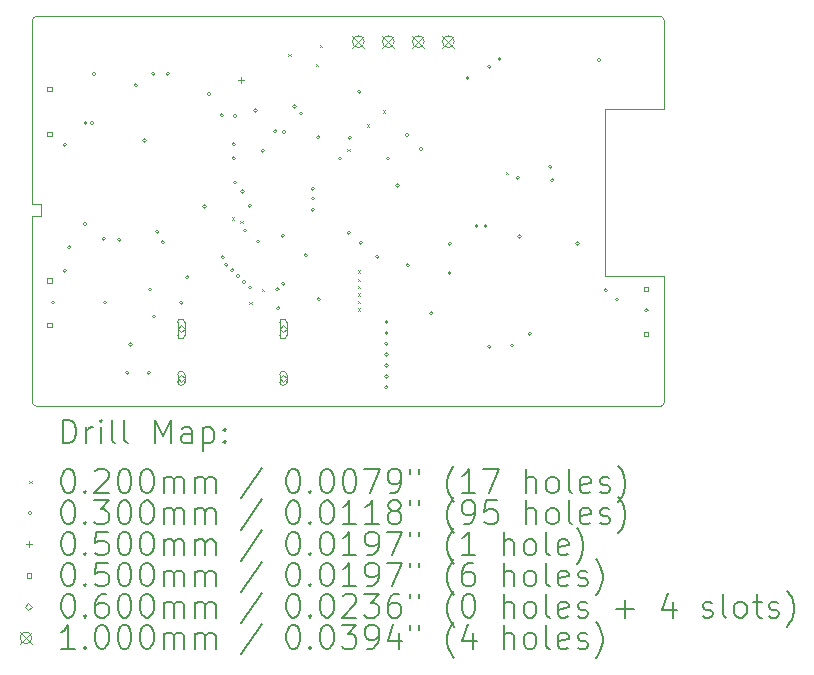
<source format=gbr>
%TF.GenerationSoftware,KiCad,Pcbnew,7.0.11-7.0.11~ubuntu22.04.1*%
%TF.CreationDate,2024-11-26T11:25:42+01:00*%
%TF.ProjectId,H-C6-ulp,482d4336-2d75-46c7-902e-6b696361645f,rev?*%
%TF.SameCoordinates,Original*%
%TF.FileFunction,Drillmap*%
%TF.FilePolarity,Positive*%
%FSLAX45Y45*%
G04 Gerber Fmt 4.5, Leading zero omitted, Abs format (unit mm)*
G04 Created by KiCad (PCBNEW 7.0.11-7.0.11~ubuntu22.04.1) date 2024-11-26 11:25:42*
%MOMM*%
%LPD*%
G01*
G04 APERTURE LIST*
%ADD10C,0.100000*%
%ADD11C,0.200000*%
G04 APERTURE END LIST*
D10*
X11500000Y-6450000D02*
X11500000Y-8030000D01*
X11576000Y-6355000D02*
X11576000Y-6450000D01*
X11500000Y-6355000D02*
X11576000Y-6355000D01*
X11540000Y-4760090D02*
G75*
G03*
X11500000Y-4800730I320J-40320D01*
G01*
X11500000Y-6450000D02*
X11576000Y-6450000D01*
X16850000Y-4800000D02*
X16850000Y-5550000D01*
X16819787Y-8059787D02*
G75*
G03*
X16849787Y-8029787I3J29997D01*
G01*
X16350000Y-6960000D02*
X16850000Y-6960000D01*
X16850000Y-6960000D02*
X16850000Y-8030000D01*
X16850000Y-4800000D02*
G75*
G03*
X16810000Y-4760000I-40000J0D01*
G01*
X16350000Y-5550000D02*
X16350000Y-6960000D01*
X11500000Y-8030000D02*
G75*
G03*
X11530000Y-8060000I30000J0D01*
G01*
X16350000Y-5550000D02*
X16850000Y-5550000D01*
X11530000Y-8060000D02*
X16819787Y-8060000D01*
X11500000Y-4800730D02*
X11500000Y-6355000D01*
X16810000Y-4760000D02*
X11540000Y-4760000D01*
D11*
D10*
X13190000Y-6465000D02*
X13210000Y-6485000D01*
X13210000Y-6465000D02*
X13190000Y-6485000D01*
X13260192Y-6493461D02*
X13280192Y-6513461D01*
X13280192Y-6493461D02*
X13260192Y-6513461D01*
X13336000Y-7181000D02*
X13356000Y-7201000D01*
X13356000Y-7181000D02*
X13336000Y-7201000D01*
X13442000Y-7068000D02*
X13462000Y-7088000D01*
X13462000Y-7068000D02*
X13442000Y-7088000D01*
X13666110Y-5077722D02*
X13686110Y-5097722D01*
X13686110Y-5077722D02*
X13666110Y-5097722D01*
X13897500Y-5162500D02*
X13917500Y-5182500D01*
X13917500Y-5162500D02*
X13897500Y-5182500D01*
X13932500Y-5002500D02*
X13952500Y-5022500D01*
X13952500Y-5002500D02*
X13932500Y-5022500D01*
X14165591Y-5883091D02*
X14185591Y-5903091D01*
X14185591Y-5883091D02*
X14165591Y-5903091D01*
X14257500Y-6912500D02*
X14277500Y-6932500D01*
X14277500Y-6912500D02*
X14257500Y-6932500D01*
X14257500Y-6982500D02*
X14277500Y-7002500D01*
X14277500Y-6982500D02*
X14257500Y-7002500D01*
X14257500Y-7045625D02*
X14277500Y-7065625D01*
X14277500Y-7045625D02*
X14257500Y-7065625D01*
X14257500Y-7108750D02*
X14277500Y-7128750D01*
X14277500Y-7108750D02*
X14257500Y-7128750D01*
X14257500Y-7171875D02*
X14277500Y-7191875D01*
X14277500Y-7171875D02*
X14257500Y-7191875D01*
X14257500Y-7235000D02*
X14277500Y-7255000D01*
X14277500Y-7235000D02*
X14257500Y-7255000D01*
X14330000Y-5675000D02*
X14350000Y-5695000D01*
X14350000Y-5675000D02*
X14330000Y-5695000D01*
X14467500Y-5557500D02*
X14487500Y-5577500D01*
X14487500Y-5557500D02*
X14467500Y-5577500D01*
X15507000Y-6081000D02*
X15527000Y-6101000D01*
X15527000Y-6081000D02*
X15507000Y-6101000D01*
X11690000Y-7185000D02*
G75*
G03*
X11660000Y-7185000I-15000J0D01*
G01*
X11660000Y-7185000D02*
G75*
G03*
X11690000Y-7185000I15000J0D01*
G01*
X11790000Y-5850000D02*
G75*
G03*
X11760000Y-5850000I-15000J0D01*
G01*
X11760000Y-5850000D02*
G75*
G03*
X11790000Y-5850000I15000J0D01*
G01*
X11790000Y-6915000D02*
G75*
G03*
X11760000Y-6915000I-15000J0D01*
G01*
X11760000Y-6915000D02*
G75*
G03*
X11790000Y-6915000I15000J0D01*
G01*
X11826368Y-6716368D02*
G75*
G03*
X11796368Y-6716368I-15000J0D01*
G01*
X11796368Y-6716368D02*
G75*
G03*
X11826368Y-6716368I15000J0D01*
G01*
X11959770Y-6519770D02*
G75*
G03*
X11929770Y-6519770I-15000J0D01*
G01*
X11929770Y-6519770D02*
G75*
G03*
X11959770Y-6519770I15000J0D01*
G01*
X11965000Y-5665000D02*
G75*
G03*
X11935000Y-5665000I-15000J0D01*
G01*
X11935000Y-5665000D02*
G75*
G03*
X11965000Y-5665000I15000J0D01*
G01*
X12020000Y-5665000D02*
G75*
G03*
X11990000Y-5665000I-15000J0D01*
G01*
X11990000Y-5665000D02*
G75*
G03*
X12020000Y-5665000I15000J0D01*
G01*
X12035000Y-5250000D02*
G75*
G03*
X12005000Y-5250000I-15000J0D01*
G01*
X12005000Y-5250000D02*
G75*
G03*
X12035000Y-5250000I15000J0D01*
G01*
X12120000Y-6645000D02*
G75*
G03*
X12090000Y-6645000I-15000J0D01*
G01*
X12090000Y-6645000D02*
G75*
G03*
X12120000Y-6645000I15000J0D01*
G01*
X12130000Y-7185000D02*
G75*
G03*
X12100000Y-7185000I-15000J0D01*
G01*
X12100000Y-7185000D02*
G75*
G03*
X12130000Y-7185000I15000J0D01*
G01*
X12250000Y-6655000D02*
G75*
G03*
X12220000Y-6655000I-15000J0D01*
G01*
X12220000Y-6655000D02*
G75*
G03*
X12250000Y-6655000I15000J0D01*
G01*
X12320000Y-7780000D02*
G75*
G03*
X12290000Y-7780000I-15000J0D01*
G01*
X12290000Y-7780000D02*
G75*
G03*
X12320000Y-7780000I15000J0D01*
G01*
X12345000Y-7540000D02*
G75*
G03*
X12315000Y-7540000I-15000J0D01*
G01*
X12315000Y-7540000D02*
G75*
G03*
X12345000Y-7540000I15000J0D01*
G01*
X12390000Y-5345000D02*
G75*
G03*
X12360000Y-5345000I-15000J0D01*
G01*
X12360000Y-5345000D02*
G75*
G03*
X12390000Y-5345000I15000J0D01*
G01*
X12465000Y-5815000D02*
G75*
G03*
X12435000Y-5815000I-15000J0D01*
G01*
X12435000Y-5815000D02*
G75*
G03*
X12465000Y-5815000I15000J0D01*
G01*
X12500000Y-7780000D02*
G75*
G03*
X12470000Y-7780000I-15000J0D01*
G01*
X12470000Y-7780000D02*
G75*
G03*
X12500000Y-7780000I15000J0D01*
G01*
X12510000Y-7075000D02*
G75*
G03*
X12480000Y-7075000I-15000J0D01*
G01*
X12480000Y-7075000D02*
G75*
G03*
X12510000Y-7075000I15000J0D01*
G01*
X12539896Y-5248648D02*
G75*
G03*
X12509896Y-5248648I-15000J0D01*
G01*
X12509896Y-5248648D02*
G75*
G03*
X12539896Y-5248648I15000J0D01*
G01*
X12545000Y-7305000D02*
G75*
G03*
X12515000Y-7305000I-15000J0D01*
G01*
X12515000Y-7305000D02*
G75*
G03*
X12545000Y-7305000I15000J0D01*
G01*
X12572000Y-6585000D02*
G75*
G03*
X12542000Y-6585000I-15000J0D01*
G01*
X12542000Y-6585000D02*
G75*
G03*
X12572000Y-6585000I15000J0D01*
G01*
X12617500Y-6675000D02*
G75*
G03*
X12587500Y-6675000I-15000J0D01*
G01*
X12587500Y-6675000D02*
G75*
G03*
X12617500Y-6675000I15000J0D01*
G01*
X12660000Y-5248753D02*
G75*
G03*
X12630000Y-5248753I-15000J0D01*
G01*
X12630000Y-5248753D02*
G75*
G03*
X12660000Y-5248753I15000J0D01*
G01*
X12776752Y-7188000D02*
G75*
G03*
X12746752Y-7188000I-15000J0D01*
G01*
X12746752Y-7188000D02*
G75*
G03*
X12776752Y-7188000I15000J0D01*
G01*
X12825000Y-6972000D02*
G75*
G03*
X12795000Y-6972000I-15000J0D01*
G01*
X12795000Y-6972000D02*
G75*
G03*
X12825000Y-6972000I15000J0D01*
G01*
X12972730Y-6372730D02*
G75*
G03*
X12942730Y-6372730I-15000J0D01*
G01*
X12942730Y-6372730D02*
G75*
G03*
X12972730Y-6372730I15000J0D01*
G01*
X13010000Y-5420000D02*
G75*
G03*
X12980000Y-5420000I-15000J0D01*
G01*
X12980000Y-5420000D02*
G75*
G03*
X13010000Y-5420000I15000J0D01*
G01*
X13120000Y-5600000D02*
G75*
G03*
X13090000Y-5600000I-15000J0D01*
G01*
X13090000Y-5600000D02*
G75*
G03*
X13120000Y-5600000I15000J0D01*
G01*
X13128000Y-6803000D02*
G75*
G03*
X13098000Y-6803000I-15000J0D01*
G01*
X13098000Y-6803000D02*
G75*
G03*
X13128000Y-6803000I15000J0D01*
G01*
X13156000Y-6865000D02*
G75*
G03*
X13126000Y-6865000I-15000J0D01*
G01*
X13126000Y-6865000D02*
G75*
G03*
X13156000Y-6865000I15000J0D01*
G01*
X13206000Y-6913000D02*
G75*
G03*
X13176000Y-6913000I-15000J0D01*
G01*
X13176000Y-6913000D02*
G75*
G03*
X13206000Y-6913000I15000J0D01*
G01*
X13220000Y-5845000D02*
G75*
G03*
X13190000Y-5845000I-15000J0D01*
G01*
X13190000Y-5845000D02*
G75*
G03*
X13220000Y-5845000I15000J0D01*
G01*
X13220000Y-5965000D02*
G75*
G03*
X13190000Y-5965000I-15000J0D01*
G01*
X13190000Y-5965000D02*
G75*
G03*
X13220000Y-5965000I15000J0D01*
G01*
X13230000Y-5605000D02*
G75*
G03*
X13200000Y-5605000I-15000J0D01*
G01*
X13200000Y-5605000D02*
G75*
G03*
X13230000Y-5605000I15000J0D01*
G01*
X13230000Y-6170000D02*
G75*
G03*
X13200000Y-6170000I-15000J0D01*
G01*
X13200000Y-6170000D02*
G75*
G03*
X13230000Y-6170000I15000J0D01*
G01*
X13256000Y-6962000D02*
G75*
G03*
X13226000Y-6962000I-15000J0D01*
G01*
X13226000Y-6962000D02*
G75*
G03*
X13256000Y-6962000I15000J0D01*
G01*
X13295000Y-6245000D02*
G75*
G03*
X13265000Y-6245000I-15000J0D01*
G01*
X13265000Y-6245000D02*
G75*
G03*
X13295000Y-6245000I15000J0D01*
G01*
X13306000Y-7010000D02*
G75*
G03*
X13276000Y-7010000I-15000J0D01*
G01*
X13276000Y-7010000D02*
G75*
G03*
X13306000Y-7010000I15000J0D01*
G01*
X13315000Y-6575000D02*
G75*
G03*
X13285000Y-6575000I-15000J0D01*
G01*
X13285000Y-6575000D02*
G75*
G03*
X13315000Y-6575000I15000J0D01*
G01*
X13355000Y-6365000D02*
G75*
G03*
X13325000Y-6365000I-15000J0D01*
G01*
X13325000Y-6365000D02*
G75*
G03*
X13355000Y-6365000I15000J0D01*
G01*
X13356000Y-7058000D02*
G75*
G03*
X13326000Y-7058000I-15000J0D01*
G01*
X13326000Y-7058000D02*
G75*
G03*
X13356000Y-7058000I15000J0D01*
G01*
X13405000Y-5560000D02*
G75*
G03*
X13375000Y-5560000I-15000J0D01*
G01*
X13375000Y-5560000D02*
G75*
G03*
X13405000Y-5560000I15000J0D01*
G01*
X13425000Y-6670000D02*
G75*
G03*
X13395000Y-6670000I-15000J0D01*
G01*
X13395000Y-6670000D02*
G75*
G03*
X13425000Y-6670000I15000J0D01*
G01*
X13464140Y-5899649D02*
G75*
G03*
X13434140Y-5899649I-15000J0D01*
G01*
X13434140Y-5899649D02*
G75*
G03*
X13464140Y-5899649I15000J0D01*
G01*
X13570000Y-5735000D02*
G75*
G03*
X13540000Y-5735000I-15000J0D01*
G01*
X13540000Y-5735000D02*
G75*
G03*
X13570000Y-5735000I15000J0D01*
G01*
X13589000Y-7074000D02*
G75*
G03*
X13559000Y-7074000I-15000J0D01*
G01*
X13559000Y-7074000D02*
G75*
G03*
X13589000Y-7074000I15000J0D01*
G01*
X13596500Y-7232000D02*
G75*
G03*
X13566500Y-7232000I-15000J0D01*
G01*
X13566500Y-7232000D02*
G75*
G03*
X13596500Y-7232000I15000J0D01*
G01*
X13635000Y-6620000D02*
G75*
G03*
X13605000Y-6620000I-15000J0D01*
G01*
X13605000Y-6620000D02*
G75*
G03*
X13635000Y-6620000I15000J0D01*
G01*
X13639000Y-7025000D02*
G75*
G03*
X13609000Y-7025000I-15000J0D01*
G01*
X13609000Y-7025000D02*
G75*
G03*
X13639000Y-7025000I15000J0D01*
G01*
X13645000Y-5740000D02*
G75*
G03*
X13615000Y-5740000I-15000J0D01*
G01*
X13615000Y-5740000D02*
G75*
G03*
X13645000Y-5740000I15000J0D01*
G01*
X13735000Y-5525000D02*
G75*
G03*
X13705000Y-5525000I-15000J0D01*
G01*
X13705000Y-5525000D02*
G75*
G03*
X13735000Y-5525000I15000J0D01*
G01*
X13790000Y-5585000D02*
G75*
G03*
X13760000Y-5585000I-15000J0D01*
G01*
X13760000Y-5585000D02*
G75*
G03*
X13790000Y-5585000I15000J0D01*
G01*
X13830000Y-6785000D02*
G75*
G03*
X13800000Y-6785000I-15000J0D01*
G01*
X13800000Y-6785000D02*
G75*
G03*
X13830000Y-6785000I15000J0D01*
G01*
X13890000Y-6222000D02*
G75*
G03*
X13860000Y-6222000I-15000J0D01*
G01*
X13860000Y-6222000D02*
G75*
G03*
X13890000Y-6222000I15000J0D01*
G01*
X13890000Y-6305000D02*
G75*
G03*
X13860000Y-6305000I-15000J0D01*
G01*
X13860000Y-6305000D02*
G75*
G03*
X13890000Y-6305000I15000J0D01*
G01*
X13890000Y-6400000D02*
G75*
G03*
X13860000Y-6400000I-15000J0D01*
G01*
X13860000Y-6400000D02*
G75*
G03*
X13890000Y-6400000I15000J0D01*
G01*
X13935000Y-5785000D02*
G75*
G03*
X13905000Y-5785000I-15000J0D01*
G01*
X13905000Y-5785000D02*
G75*
G03*
X13935000Y-5785000I15000J0D01*
G01*
X13940000Y-7159000D02*
G75*
G03*
X13910000Y-7159000I-15000J0D01*
G01*
X13910000Y-7159000D02*
G75*
G03*
X13940000Y-7159000I15000J0D01*
G01*
X14120472Y-5965472D02*
G75*
G03*
X14090472Y-5965472I-15000J0D01*
G01*
X14090472Y-5965472D02*
G75*
G03*
X14120472Y-5965472I15000J0D01*
G01*
X14195000Y-6595000D02*
G75*
G03*
X14165000Y-6595000I-15000J0D01*
G01*
X14165000Y-6595000D02*
G75*
G03*
X14195000Y-6595000I15000J0D01*
G01*
X14202129Y-5789629D02*
G75*
G03*
X14172129Y-5789629I-15000J0D01*
G01*
X14172129Y-5789629D02*
G75*
G03*
X14202129Y-5789629I15000J0D01*
G01*
X14282500Y-5400000D02*
G75*
G03*
X14252500Y-5400000I-15000J0D01*
G01*
X14252500Y-5400000D02*
G75*
G03*
X14282500Y-5400000I15000J0D01*
G01*
X14295000Y-6680000D02*
G75*
G03*
X14265000Y-6680000I-15000J0D01*
G01*
X14265000Y-6680000D02*
G75*
G03*
X14295000Y-6680000I15000J0D01*
G01*
X14435000Y-6798000D02*
G75*
G03*
X14405000Y-6798000I-15000J0D01*
G01*
X14405000Y-6798000D02*
G75*
G03*
X14435000Y-6798000I15000J0D01*
G01*
X14512500Y-7350000D02*
G75*
G03*
X14482500Y-7350000I-15000J0D01*
G01*
X14482500Y-7350000D02*
G75*
G03*
X14512500Y-7350000I15000J0D01*
G01*
X14512500Y-7442143D02*
G75*
G03*
X14482500Y-7442143I-15000J0D01*
G01*
X14482500Y-7442143D02*
G75*
G03*
X14512500Y-7442143I15000J0D01*
G01*
X14512500Y-7534286D02*
G75*
G03*
X14482500Y-7534286I-15000J0D01*
G01*
X14482500Y-7534286D02*
G75*
G03*
X14512500Y-7534286I15000J0D01*
G01*
X14512500Y-7626428D02*
G75*
G03*
X14482500Y-7626428I-15000J0D01*
G01*
X14482500Y-7626428D02*
G75*
G03*
X14512500Y-7626428I15000J0D01*
G01*
X14512500Y-7718571D02*
G75*
G03*
X14482500Y-7718571I-15000J0D01*
G01*
X14482500Y-7718571D02*
G75*
G03*
X14512500Y-7718571I15000J0D01*
G01*
X14512500Y-7810714D02*
G75*
G03*
X14482500Y-7810714I-15000J0D01*
G01*
X14482500Y-7810714D02*
G75*
G03*
X14512500Y-7810714I15000J0D01*
G01*
X14512500Y-7902857D02*
G75*
G03*
X14482500Y-7902857I-15000J0D01*
G01*
X14482500Y-7902857D02*
G75*
G03*
X14512500Y-7902857I15000J0D01*
G01*
X14525000Y-5965000D02*
G75*
G03*
X14495000Y-5965000I-15000J0D01*
G01*
X14495000Y-5965000D02*
G75*
G03*
X14525000Y-5965000I15000J0D01*
G01*
X14606000Y-6195000D02*
G75*
G03*
X14576000Y-6195000I-15000J0D01*
G01*
X14576000Y-6195000D02*
G75*
G03*
X14606000Y-6195000I15000J0D01*
G01*
X14687500Y-5767500D02*
G75*
G03*
X14657500Y-5767500I-15000J0D01*
G01*
X14657500Y-5767500D02*
G75*
G03*
X14687500Y-5767500I15000J0D01*
G01*
X14695000Y-6870000D02*
G75*
G03*
X14665000Y-6870000I-15000J0D01*
G01*
X14665000Y-6870000D02*
G75*
G03*
X14695000Y-6870000I15000J0D01*
G01*
X14805000Y-5885000D02*
G75*
G03*
X14775000Y-5885000I-15000J0D01*
G01*
X14775000Y-5885000D02*
G75*
G03*
X14805000Y-5885000I15000J0D01*
G01*
X14892500Y-7275000D02*
G75*
G03*
X14862500Y-7275000I-15000J0D01*
G01*
X14862500Y-7275000D02*
G75*
G03*
X14892500Y-7275000I15000J0D01*
G01*
X15045000Y-6935000D02*
G75*
G03*
X15015000Y-6935000I-15000J0D01*
G01*
X15015000Y-6935000D02*
G75*
G03*
X15045000Y-6935000I15000J0D01*
G01*
X15050000Y-6687500D02*
G75*
G03*
X15020000Y-6687500I-15000J0D01*
G01*
X15020000Y-6687500D02*
G75*
G03*
X15050000Y-6687500I15000J0D01*
G01*
X15200000Y-5285000D02*
G75*
G03*
X15170000Y-5285000I-15000J0D01*
G01*
X15170000Y-5285000D02*
G75*
G03*
X15200000Y-5285000I15000J0D01*
G01*
X15275000Y-6537500D02*
G75*
G03*
X15245000Y-6537500I-15000J0D01*
G01*
X15245000Y-6537500D02*
G75*
G03*
X15275000Y-6537500I15000J0D01*
G01*
X15352500Y-6537500D02*
G75*
G03*
X15322500Y-6537500I-15000J0D01*
G01*
X15322500Y-6537500D02*
G75*
G03*
X15352500Y-6537500I15000J0D01*
G01*
X15382500Y-5187500D02*
G75*
G03*
X15352500Y-5187500I-15000J0D01*
G01*
X15352500Y-5187500D02*
G75*
G03*
X15382500Y-5187500I15000J0D01*
G01*
X15383000Y-7560000D02*
G75*
G03*
X15353000Y-7560000I-15000J0D01*
G01*
X15353000Y-7560000D02*
G75*
G03*
X15383000Y-7560000I15000J0D01*
G01*
X15469770Y-5122730D02*
G75*
G03*
X15439770Y-5122730I-15000J0D01*
G01*
X15439770Y-5122730D02*
G75*
G03*
X15469770Y-5122730I15000J0D01*
G01*
X15575000Y-7550000D02*
G75*
G03*
X15545000Y-7550000I-15000J0D01*
G01*
X15545000Y-7550000D02*
G75*
G03*
X15575000Y-7550000I15000J0D01*
G01*
X15625000Y-6130000D02*
G75*
G03*
X15595000Y-6130000I-15000J0D01*
G01*
X15595000Y-6130000D02*
G75*
G03*
X15625000Y-6130000I15000J0D01*
G01*
X15640000Y-6625000D02*
G75*
G03*
X15610000Y-6625000I-15000J0D01*
G01*
X15610000Y-6625000D02*
G75*
G03*
X15640000Y-6625000I15000J0D01*
G01*
X15727500Y-7450000D02*
G75*
G03*
X15697500Y-7450000I-15000J0D01*
G01*
X15697500Y-7450000D02*
G75*
G03*
X15727500Y-7450000I15000J0D01*
G01*
X15900000Y-6035000D02*
G75*
G03*
X15870000Y-6035000I-15000J0D01*
G01*
X15870000Y-6035000D02*
G75*
G03*
X15900000Y-6035000I15000J0D01*
G01*
X15915000Y-6150000D02*
G75*
G03*
X15885000Y-6150000I-15000J0D01*
G01*
X15885000Y-6150000D02*
G75*
G03*
X15915000Y-6150000I15000J0D01*
G01*
X16130000Y-6685000D02*
G75*
G03*
X16100000Y-6685000I-15000J0D01*
G01*
X16100000Y-6685000D02*
G75*
G03*
X16130000Y-6685000I15000J0D01*
G01*
X16312500Y-5132500D02*
G75*
G03*
X16282500Y-5132500I-15000J0D01*
G01*
X16282500Y-5132500D02*
G75*
G03*
X16312500Y-5132500I15000J0D01*
G01*
X16370000Y-7080000D02*
G75*
G03*
X16340000Y-7080000I-15000J0D01*
G01*
X16340000Y-7080000D02*
G75*
G03*
X16370000Y-7080000I15000J0D01*
G01*
X16465000Y-7160000D02*
G75*
G03*
X16435000Y-7160000I-15000J0D01*
G01*
X16435000Y-7160000D02*
G75*
G03*
X16465000Y-7160000I15000J0D01*
G01*
X16714000Y-7251000D02*
G75*
G03*
X16684000Y-7251000I-15000J0D01*
G01*
X16684000Y-7251000D02*
G75*
G03*
X16714000Y-7251000I15000J0D01*
G01*
X13265000Y-5275000D02*
X13265000Y-5325000D01*
X13240000Y-5300000D02*
X13290000Y-5300000D01*
X11662679Y-5392679D02*
X11662679Y-5357321D01*
X11627321Y-5357321D01*
X11627321Y-5392679D01*
X11662679Y-5392679D01*
X11662679Y-5772679D02*
X11662679Y-5737321D01*
X11627321Y-5737321D01*
X11627321Y-5772679D01*
X11662679Y-5772679D01*
X11662679Y-7016679D02*
X11662679Y-6981321D01*
X11627321Y-6981321D01*
X11627321Y-7016679D01*
X11662679Y-7016679D01*
X11662679Y-7396679D02*
X11662679Y-7361321D01*
X11627321Y-7361321D01*
X11627321Y-7396679D01*
X11662679Y-7396679D01*
X16715679Y-7087679D02*
X16715679Y-7052321D01*
X16680321Y-7052321D01*
X16680321Y-7087679D01*
X16715679Y-7087679D01*
X16715679Y-7467679D02*
X16715679Y-7432321D01*
X16680321Y-7432321D01*
X16680321Y-7467679D01*
X16715679Y-7467679D01*
X12759500Y-7439000D02*
X12789500Y-7409000D01*
X12759500Y-7379000D01*
X12729500Y-7409000D01*
X12759500Y-7439000D01*
X12729500Y-7354000D02*
X12729500Y-7464000D01*
X12729500Y-7464000D02*
G75*
G03*
X12789500Y-7464000I30000J0D01*
G01*
X12789500Y-7464000D02*
X12789500Y-7354000D01*
X12789500Y-7354000D02*
G75*
G03*
X12729500Y-7354000I-30000J0D01*
G01*
X12759500Y-7857000D02*
X12789500Y-7827000D01*
X12759500Y-7797000D01*
X12729500Y-7827000D01*
X12759500Y-7857000D01*
X12729500Y-7797000D02*
X12729500Y-7857000D01*
X12729500Y-7857000D02*
G75*
G03*
X12789500Y-7857000I30000J0D01*
G01*
X12789500Y-7857000D02*
X12789500Y-7797000D01*
X12789500Y-7797000D02*
G75*
G03*
X12729500Y-7797000I-30000J0D01*
G01*
X13623500Y-7439000D02*
X13653500Y-7409000D01*
X13623500Y-7379000D01*
X13593500Y-7409000D01*
X13623500Y-7439000D01*
X13593500Y-7354000D02*
X13593500Y-7464000D01*
X13593500Y-7464000D02*
G75*
G03*
X13653500Y-7464000I30000J0D01*
G01*
X13653500Y-7464000D02*
X13653500Y-7354000D01*
X13653500Y-7354000D02*
G75*
G03*
X13593500Y-7354000I-30000J0D01*
G01*
X13623500Y-7857000D02*
X13653500Y-7827000D01*
X13623500Y-7797000D01*
X13593500Y-7827000D01*
X13623500Y-7857000D01*
X13593500Y-7797000D02*
X13593500Y-7857000D01*
X13593500Y-7857000D02*
G75*
G03*
X13653500Y-7857000I30000J0D01*
G01*
X13653500Y-7857000D02*
X13653500Y-7797000D01*
X13653500Y-7797000D02*
G75*
G03*
X13593500Y-7797000I-30000J0D01*
G01*
X14209000Y-4927000D02*
X14309000Y-5027000D01*
X14309000Y-4927000D02*
X14209000Y-5027000D01*
X14309000Y-4977000D02*
G75*
G03*
X14209000Y-4977000I-50000J0D01*
G01*
X14209000Y-4977000D02*
G75*
G03*
X14309000Y-4977000I50000J0D01*
G01*
X14463000Y-4927000D02*
X14563000Y-5027000D01*
X14563000Y-4927000D02*
X14463000Y-5027000D01*
X14563000Y-4977000D02*
G75*
G03*
X14463000Y-4977000I-50000J0D01*
G01*
X14463000Y-4977000D02*
G75*
G03*
X14563000Y-4977000I50000J0D01*
G01*
X14717000Y-4927000D02*
X14817000Y-5027000D01*
X14817000Y-4927000D02*
X14717000Y-5027000D01*
X14817000Y-4977000D02*
G75*
G03*
X14717000Y-4977000I-50000J0D01*
G01*
X14717000Y-4977000D02*
G75*
G03*
X14817000Y-4977000I50000J0D01*
G01*
X14971000Y-4927000D02*
X15071000Y-5027000D01*
X15071000Y-4927000D02*
X14971000Y-5027000D01*
X15071000Y-4977000D02*
G75*
G03*
X14971000Y-4977000I-50000J0D01*
G01*
X14971000Y-4977000D02*
G75*
G03*
X15071000Y-4977000I50000J0D01*
G01*
D11*
X11755775Y-8376484D02*
X11755775Y-8176484D01*
X11755775Y-8176484D02*
X11803394Y-8176484D01*
X11803394Y-8176484D02*
X11831966Y-8186008D01*
X11831966Y-8186008D02*
X11851014Y-8205055D01*
X11851014Y-8205055D02*
X11860537Y-8224103D01*
X11860537Y-8224103D02*
X11870061Y-8262198D01*
X11870061Y-8262198D02*
X11870061Y-8290769D01*
X11870061Y-8290769D02*
X11860537Y-8328865D01*
X11860537Y-8328865D02*
X11851014Y-8347912D01*
X11851014Y-8347912D02*
X11831966Y-8366960D01*
X11831966Y-8366960D02*
X11803394Y-8376484D01*
X11803394Y-8376484D02*
X11755775Y-8376484D01*
X11955775Y-8376484D02*
X11955775Y-8243150D01*
X11955775Y-8281246D02*
X11965299Y-8262198D01*
X11965299Y-8262198D02*
X11974823Y-8252674D01*
X11974823Y-8252674D02*
X11993871Y-8243150D01*
X11993871Y-8243150D02*
X12012918Y-8243150D01*
X12079585Y-8376484D02*
X12079585Y-8243150D01*
X12079585Y-8176484D02*
X12070061Y-8186008D01*
X12070061Y-8186008D02*
X12079585Y-8195531D01*
X12079585Y-8195531D02*
X12089109Y-8186008D01*
X12089109Y-8186008D02*
X12079585Y-8176484D01*
X12079585Y-8176484D02*
X12079585Y-8195531D01*
X12203394Y-8376484D02*
X12184347Y-8366960D01*
X12184347Y-8366960D02*
X12174823Y-8347912D01*
X12174823Y-8347912D02*
X12174823Y-8176484D01*
X12308156Y-8376484D02*
X12289109Y-8366960D01*
X12289109Y-8366960D02*
X12279585Y-8347912D01*
X12279585Y-8347912D02*
X12279585Y-8176484D01*
X12536728Y-8376484D02*
X12536728Y-8176484D01*
X12536728Y-8176484D02*
X12603395Y-8319341D01*
X12603395Y-8319341D02*
X12670061Y-8176484D01*
X12670061Y-8176484D02*
X12670061Y-8376484D01*
X12851014Y-8376484D02*
X12851014Y-8271722D01*
X12851014Y-8271722D02*
X12841490Y-8252674D01*
X12841490Y-8252674D02*
X12822442Y-8243150D01*
X12822442Y-8243150D02*
X12784347Y-8243150D01*
X12784347Y-8243150D02*
X12765299Y-8252674D01*
X12851014Y-8366960D02*
X12831966Y-8376484D01*
X12831966Y-8376484D02*
X12784347Y-8376484D01*
X12784347Y-8376484D02*
X12765299Y-8366960D01*
X12765299Y-8366960D02*
X12755775Y-8347912D01*
X12755775Y-8347912D02*
X12755775Y-8328865D01*
X12755775Y-8328865D02*
X12765299Y-8309817D01*
X12765299Y-8309817D02*
X12784347Y-8300293D01*
X12784347Y-8300293D02*
X12831966Y-8300293D01*
X12831966Y-8300293D02*
X12851014Y-8290769D01*
X12946252Y-8243150D02*
X12946252Y-8443150D01*
X12946252Y-8252674D02*
X12965299Y-8243150D01*
X12965299Y-8243150D02*
X13003395Y-8243150D01*
X13003395Y-8243150D02*
X13022442Y-8252674D01*
X13022442Y-8252674D02*
X13031966Y-8262198D01*
X13031966Y-8262198D02*
X13041490Y-8281246D01*
X13041490Y-8281246D02*
X13041490Y-8338388D01*
X13041490Y-8338388D02*
X13031966Y-8357436D01*
X13031966Y-8357436D02*
X13022442Y-8366960D01*
X13022442Y-8366960D02*
X13003395Y-8376484D01*
X13003395Y-8376484D02*
X12965299Y-8376484D01*
X12965299Y-8376484D02*
X12946252Y-8366960D01*
X13127204Y-8357436D02*
X13136728Y-8366960D01*
X13136728Y-8366960D02*
X13127204Y-8376484D01*
X13127204Y-8376484D02*
X13117680Y-8366960D01*
X13117680Y-8366960D02*
X13127204Y-8357436D01*
X13127204Y-8357436D02*
X13127204Y-8376484D01*
X13127204Y-8252674D02*
X13136728Y-8262198D01*
X13136728Y-8262198D02*
X13127204Y-8271722D01*
X13127204Y-8271722D02*
X13117680Y-8262198D01*
X13117680Y-8262198D02*
X13127204Y-8252674D01*
X13127204Y-8252674D02*
X13127204Y-8271722D01*
D10*
X11474999Y-8695000D02*
X11494999Y-8715000D01*
X11494999Y-8695000D02*
X11474999Y-8715000D01*
D11*
X11793871Y-8596484D02*
X11812918Y-8596484D01*
X11812918Y-8596484D02*
X11831966Y-8606008D01*
X11831966Y-8606008D02*
X11841490Y-8615531D01*
X11841490Y-8615531D02*
X11851014Y-8634579D01*
X11851014Y-8634579D02*
X11860537Y-8672674D01*
X11860537Y-8672674D02*
X11860537Y-8720293D01*
X11860537Y-8720293D02*
X11851014Y-8758389D01*
X11851014Y-8758389D02*
X11841490Y-8777436D01*
X11841490Y-8777436D02*
X11831966Y-8786960D01*
X11831966Y-8786960D02*
X11812918Y-8796484D01*
X11812918Y-8796484D02*
X11793871Y-8796484D01*
X11793871Y-8796484D02*
X11774823Y-8786960D01*
X11774823Y-8786960D02*
X11765299Y-8777436D01*
X11765299Y-8777436D02*
X11755775Y-8758389D01*
X11755775Y-8758389D02*
X11746252Y-8720293D01*
X11746252Y-8720293D02*
X11746252Y-8672674D01*
X11746252Y-8672674D02*
X11755775Y-8634579D01*
X11755775Y-8634579D02*
X11765299Y-8615531D01*
X11765299Y-8615531D02*
X11774823Y-8606008D01*
X11774823Y-8606008D02*
X11793871Y-8596484D01*
X11946252Y-8777436D02*
X11955775Y-8786960D01*
X11955775Y-8786960D02*
X11946252Y-8796484D01*
X11946252Y-8796484D02*
X11936728Y-8786960D01*
X11936728Y-8786960D02*
X11946252Y-8777436D01*
X11946252Y-8777436D02*
X11946252Y-8796484D01*
X12031966Y-8615531D02*
X12041490Y-8606008D01*
X12041490Y-8606008D02*
X12060537Y-8596484D01*
X12060537Y-8596484D02*
X12108156Y-8596484D01*
X12108156Y-8596484D02*
X12127204Y-8606008D01*
X12127204Y-8606008D02*
X12136728Y-8615531D01*
X12136728Y-8615531D02*
X12146252Y-8634579D01*
X12146252Y-8634579D02*
X12146252Y-8653627D01*
X12146252Y-8653627D02*
X12136728Y-8682198D01*
X12136728Y-8682198D02*
X12022442Y-8796484D01*
X12022442Y-8796484D02*
X12146252Y-8796484D01*
X12270061Y-8596484D02*
X12289109Y-8596484D01*
X12289109Y-8596484D02*
X12308156Y-8606008D01*
X12308156Y-8606008D02*
X12317680Y-8615531D01*
X12317680Y-8615531D02*
X12327204Y-8634579D01*
X12327204Y-8634579D02*
X12336728Y-8672674D01*
X12336728Y-8672674D02*
X12336728Y-8720293D01*
X12336728Y-8720293D02*
X12327204Y-8758389D01*
X12327204Y-8758389D02*
X12317680Y-8777436D01*
X12317680Y-8777436D02*
X12308156Y-8786960D01*
X12308156Y-8786960D02*
X12289109Y-8796484D01*
X12289109Y-8796484D02*
X12270061Y-8796484D01*
X12270061Y-8796484D02*
X12251014Y-8786960D01*
X12251014Y-8786960D02*
X12241490Y-8777436D01*
X12241490Y-8777436D02*
X12231966Y-8758389D01*
X12231966Y-8758389D02*
X12222442Y-8720293D01*
X12222442Y-8720293D02*
X12222442Y-8672674D01*
X12222442Y-8672674D02*
X12231966Y-8634579D01*
X12231966Y-8634579D02*
X12241490Y-8615531D01*
X12241490Y-8615531D02*
X12251014Y-8606008D01*
X12251014Y-8606008D02*
X12270061Y-8596484D01*
X12460537Y-8596484D02*
X12479585Y-8596484D01*
X12479585Y-8596484D02*
X12498633Y-8606008D01*
X12498633Y-8606008D02*
X12508156Y-8615531D01*
X12508156Y-8615531D02*
X12517680Y-8634579D01*
X12517680Y-8634579D02*
X12527204Y-8672674D01*
X12527204Y-8672674D02*
X12527204Y-8720293D01*
X12527204Y-8720293D02*
X12517680Y-8758389D01*
X12517680Y-8758389D02*
X12508156Y-8777436D01*
X12508156Y-8777436D02*
X12498633Y-8786960D01*
X12498633Y-8786960D02*
X12479585Y-8796484D01*
X12479585Y-8796484D02*
X12460537Y-8796484D01*
X12460537Y-8796484D02*
X12441490Y-8786960D01*
X12441490Y-8786960D02*
X12431966Y-8777436D01*
X12431966Y-8777436D02*
X12422442Y-8758389D01*
X12422442Y-8758389D02*
X12412918Y-8720293D01*
X12412918Y-8720293D02*
X12412918Y-8672674D01*
X12412918Y-8672674D02*
X12422442Y-8634579D01*
X12422442Y-8634579D02*
X12431966Y-8615531D01*
X12431966Y-8615531D02*
X12441490Y-8606008D01*
X12441490Y-8606008D02*
X12460537Y-8596484D01*
X12612918Y-8796484D02*
X12612918Y-8663150D01*
X12612918Y-8682198D02*
X12622442Y-8672674D01*
X12622442Y-8672674D02*
X12641490Y-8663150D01*
X12641490Y-8663150D02*
X12670061Y-8663150D01*
X12670061Y-8663150D02*
X12689109Y-8672674D01*
X12689109Y-8672674D02*
X12698633Y-8691722D01*
X12698633Y-8691722D02*
X12698633Y-8796484D01*
X12698633Y-8691722D02*
X12708156Y-8672674D01*
X12708156Y-8672674D02*
X12727204Y-8663150D01*
X12727204Y-8663150D02*
X12755775Y-8663150D01*
X12755775Y-8663150D02*
X12774823Y-8672674D01*
X12774823Y-8672674D02*
X12784347Y-8691722D01*
X12784347Y-8691722D02*
X12784347Y-8796484D01*
X12879585Y-8796484D02*
X12879585Y-8663150D01*
X12879585Y-8682198D02*
X12889109Y-8672674D01*
X12889109Y-8672674D02*
X12908156Y-8663150D01*
X12908156Y-8663150D02*
X12936728Y-8663150D01*
X12936728Y-8663150D02*
X12955776Y-8672674D01*
X12955776Y-8672674D02*
X12965299Y-8691722D01*
X12965299Y-8691722D02*
X12965299Y-8796484D01*
X12965299Y-8691722D02*
X12974823Y-8672674D01*
X12974823Y-8672674D02*
X12993871Y-8663150D01*
X12993871Y-8663150D02*
X13022442Y-8663150D01*
X13022442Y-8663150D02*
X13041490Y-8672674D01*
X13041490Y-8672674D02*
X13051014Y-8691722D01*
X13051014Y-8691722D02*
X13051014Y-8796484D01*
X13441490Y-8586960D02*
X13270061Y-8844103D01*
X13698633Y-8596484D02*
X13717680Y-8596484D01*
X13717680Y-8596484D02*
X13736728Y-8606008D01*
X13736728Y-8606008D02*
X13746252Y-8615531D01*
X13746252Y-8615531D02*
X13755776Y-8634579D01*
X13755776Y-8634579D02*
X13765299Y-8672674D01*
X13765299Y-8672674D02*
X13765299Y-8720293D01*
X13765299Y-8720293D02*
X13755776Y-8758389D01*
X13755776Y-8758389D02*
X13746252Y-8777436D01*
X13746252Y-8777436D02*
X13736728Y-8786960D01*
X13736728Y-8786960D02*
X13717680Y-8796484D01*
X13717680Y-8796484D02*
X13698633Y-8796484D01*
X13698633Y-8796484D02*
X13679585Y-8786960D01*
X13679585Y-8786960D02*
X13670061Y-8777436D01*
X13670061Y-8777436D02*
X13660538Y-8758389D01*
X13660538Y-8758389D02*
X13651014Y-8720293D01*
X13651014Y-8720293D02*
X13651014Y-8672674D01*
X13651014Y-8672674D02*
X13660538Y-8634579D01*
X13660538Y-8634579D02*
X13670061Y-8615531D01*
X13670061Y-8615531D02*
X13679585Y-8606008D01*
X13679585Y-8606008D02*
X13698633Y-8596484D01*
X13851014Y-8777436D02*
X13860538Y-8786960D01*
X13860538Y-8786960D02*
X13851014Y-8796484D01*
X13851014Y-8796484D02*
X13841490Y-8786960D01*
X13841490Y-8786960D02*
X13851014Y-8777436D01*
X13851014Y-8777436D02*
X13851014Y-8796484D01*
X13984347Y-8596484D02*
X14003395Y-8596484D01*
X14003395Y-8596484D02*
X14022442Y-8606008D01*
X14022442Y-8606008D02*
X14031966Y-8615531D01*
X14031966Y-8615531D02*
X14041490Y-8634579D01*
X14041490Y-8634579D02*
X14051014Y-8672674D01*
X14051014Y-8672674D02*
X14051014Y-8720293D01*
X14051014Y-8720293D02*
X14041490Y-8758389D01*
X14041490Y-8758389D02*
X14031966Y-8777436D01*
X14031966Y-8777436D02*
X14022442Y-8786960D01*
X14022442Y-8786960D02*
X14003395Y-8796484D01*
X14003395Y-8796484D02*
X13984347Y-8796484D01*
X13984347Y-8796484D02*
X13965299Y-8786960D01*
X13965299Y-8786960D02*
X13955776Y-8777436D01*
X13955776Y-8777436D02*
X13946252Y-8758389D01*
X13946252Y-8758389D02*
X13936728Y-8720293D01*
X13936728Y-8720293D02*
X13936728Y-8672674D01*
X13936728Y-8672674D02*
X13946252Y-8634579D01*
X13946252Y-8634579D02*
X13955776Y-8615531D01*
X13955776Y-8615531D02*
X13965299Y-8606008D01*
X13965299Y-8606008D02*
X13984347Y-8596484D01*
X14174823Y-8596484D02*
X14193871Y-8596484D01*
X14193871Y-8596484D02*
X14212919Y-8606008D01*
X14212919Y-8606008D02*
X14222442Y-8615531D01*
X14222442Y-8615531D02*
X14231966Y-8634579D01*
X14231966Y-8634579D02*
X14241490Y-8672674D01*
X14241490Y-8672674D02*
X14241490Y-8720293D01*
X14241490Y-8720293D02*
X14231966Y-8758389D01*
X14231966Y-8758389D02*
X14222442Y-8777436D01*
X14222442Y-8777436D02*
X14212919Y-8786960D01*
X14212919Y-8786960D02*
X14193871Y-8796484D01*
X14193871Y-8796484D02*
X14174823Y-8796484D01*
X14174823Y-8796484D02*
X14155776Y-8786960D01*
X14155776Y-8786960D02*
X14146252Y-8777436D01*
X14146252Y-8777436D02*
X14136728Y-8758389D01*
X14136728Y-8758389D02*
X14127204Y-8720293D01*
X14127204Y-8720293D02*
X14127204Y-8672674D01*
X14127204Y-8672674D02*
X14136728Y-8634579D01*
X14136728Y-8634579D02*
X14146252Y-8615531D01*
X14146252Y-8615531D02*
X14155776Y-8606008D01*
X14155776Y-8606008D02*
X14174823Y-8596484D01*
X14308157Y-8596484D02*
X14441490Y-8596484D01*
X14441490Y-8596484D02*
X14355776Y-8796484D01*
X14527204Y-8796484D02*
X14565299Y-8796484D01*
X14565299Y-8796484D02*
X14584347Y-8786960D01*
X14584347Y-8786960D02*
X14593871Y-8777436D01*
X14593871Y-8777436D02*
X14612919Y-8748865D01*
X14612919Y-8748865D02*
X14622442Y-8710770D01*
X14622442Y-8710770D02*
X14622442Y-8634579D01*
X14622442Y-8634579D02*
X14612919Y-8615531D01*
X14612919Y-8615531D02*
X14603395Y-8606008D01*
X14603395Y-8606008D02*
X14584347Y-8596484D01*
X14584347Y-8596484D02*
X14546252Y-8596484D01*
X14546252Y-8596484D02*
X14527204Y-8606008D01*
X14527204Y-8606008D02*
X14517680Y-8615531D01*
X14517680Y-8615531D02*
X14508157Y-8634579D01*
X14508157Y-8634579D02*
X14508157Y-8682198D01*
X14508157Y-8682198D02*
X14517680Y-8701246D01*
X14517680Y-8701246D02*
X14527204Y-8710770D01*
X14527204Y-8710770D02*
X14546252Y-8720293D01*
X14546252Y-8720293D02*
X14584347Y-8720293D01*
X14584347Y-8720293D02*
X14603395Y-8710770D01*
X14603395Y-8710770D02*
X14612919Y-8701246D01*
X14612919Y-8701246D02*
X14622442Y-8682198D01*
X14698633Y-8596484D02*
X14698633Y-8634579D01*
X14774823Y-8596484D02*
X14774823Y-8634579D01*
X15070062Y-8872674D02*
X15060538Y-8863150D01*
X15060538Y-8863150D02*
X15041490Y-8834579D01*
X15041490Y-8834579D02*
X15031966Y-8815531D01*
X15031966Y-8815531D02*
X15022442Y-8786960D01*
X15022442Y-8786960D02*
X15012919Y-8739341D01*
X15012919Y-8739341D02*
X15012919Y-8701246D01*
X15012919Y-8701246D02*
X15022442Y-8653627D01*
X15022442Y-8653627D02*
X15031966Y-8625055D01*
X15031966Y-8625055D02*
X15041490Y-8606008D01*
X15041490Y-8606008D02*
X15060538Y-8577436D01*
X15060538Y-8577436D02*
X15070062Y-8567912D01*
X15251014Y-8796484D02*
X15136728Y-8796484D01*
X15193871Y-8796484D02*
X15193871Y-8596484D01*
X15193871Y-8596484D02*
X15174823Y-8625055D01*
X15174823Y-8625055D02*
X15155776Y-8644103D01*
X15155776Y-8644103D02*
X15136728Y-8653627D01*
X15317681Y-8596484D02*
X15451014Y-8596484D01*
X15451014Y-8596484D02*
X15365300Y-8796484D01*
X15679585Y-8796484D02*
X15679585Y-8596484D01*
X15765300Y-8796484D02*
X15765300Y-8691722D01*
X15765300Y-8691722D02*
X15755776Y-8672674D01*
X15755776Y-8672674D02*
X15736728Y-8663150D01*
X15736728Y-8663150D02*
X15708157Y-8663150D01*
X15708157Y-8663150D02*
X15689109Y-8672674D01*
X15689109Y-8672674D02*
X15679585Y-8682198D01*
X15889109Y-8796484D02*
X15870062Y-8786960D01*
X15870062Y-8786960D02*
X15860538Y-8777436D01*
X15860538Y-8777436D02*
X15851014Y-8758389D01*
X15851014Y-8758389D02*
X15851014Y-8701246D01*
X15851014Y-8701246D02*
X15860538Y-8682198D01*
X15860538Y-8682198D02*
X15870062Y-8672674D01*
X15870062Y-8672674D02*
X15889109Y-8663150D01*
X15889109Y-8663150D02*
X15917681Y-8663150D01*
X15917681Y-8663150D02*
X15936728Y-8672674D01*
X15936728Y-8672674D02*
X15946252Y-8682198D01*
X15946252Y-8682198D02*
X15955776Y-8701246D01*
X15955776Y-8701246D02*
X15955776Y-8758389D01*
X15955776Y-8758389D02*
X15946252Y-8777436D01*
X15946252Y-8777436D02*
X15936728Y-8786960D01*
X15936728Y-8786960D02*
X15917681Y-8796484D01*
X15917681Y-8796484D02*
X15889109Y-8796484D01*
X16070062Y-8796484D02*
X16051014Y-8786960D01*
X16051014Y-8786960D02*
X16041490Y-8767912D01*
X16041490Y-8767912D02*
X16041490Y-8596484D01*
X16222443Y-8786960D02*
X16203395Y-8796484D01*
X16203395Y-8796484D02*
X16165300Y-8796484D01*
X16165300Y-8796484D02*
X16146252Y-8786960D01*
X16146252Y-8786960D02*
X16136728Y-8767912D01*
X16136728Y-8767912D02*
X16136728Y-8691722D01*
X16136728Y-8691722D02*
X16146252Y-8672674D01*
X16146252Y-8672674D02*
X16165300Y-8663150D01*
X16165300Y-8663150D02*
X16203395Y-8663150D01*
X16203395Y-8663150D02*
X16222443Y-8672674D01*
X16222443Y-8672674D02*
X16231966Y-8691722D01*
X16231966Y-8691722D02*
X16231966Y-8710770D01*
X16231966Y-8710770D02*
X16136728Y-8729817D01*
X16308157Y-8786960D02*
X16327204Y-8796484D01*
X16327204Y-8796484D02*
X16365300Y-8796484D01*
X16365300Y-8796484D02*
X16384347Y-8786960D01*
X16384347Y-8786960D02*
X16393871Y-8767912D01*
X16393871Y-8767912D02*
X16393871Y-8758389D01*
X16393871Y-8758389D02*
X16384347Y-8739341D01*
X16384347Y-8739341D02*
X16365300Y-8729817D01*
X16365300Y-8729817D02*
X16336728Y-8729817D01*
X16336728Y-8729817D02*
X16317681Y-8720293D01*
X16317681Y-8720293D02*
X16308157Y-8701246D01*
X16308157Y-8701246D02*
X16308157Y-8691722D01*
X16308157Y-8691722D02*
X16317681Y-8672674D01*
X16317681Y-8672674D02*
X16336728Y-8663150D01*
X16336728Y-8663150D02*
X16365300Y-8663150D01*
X16365300Y-8663150D02*
X16384347Y-8672674D01*
X16460538Y-8872674D02*
X16470062Y-8863150D01*
X16470062Y-8863150D02*
X16489109Y-8834579D01*
X16489109Y-8834579D02*
X16498633Y-8815531D01*
X16498633Y-8815531D02*
X16508157Y-8786960D01*
X16508157Y-8786960D02*
X16517681Y-8739341D01*
X16517681Y-8739341D02*
X16517681Y-8701246D01*
X16517681Y-8701246D02*
X16508157Y-8653627D01*
X16508157Y-8653627D02*
X16498633Y-8625055D01*
X16498633Y-8625055D02*
X16489109Y-8606008D01*
X16489109Y-8606008D02*
X16470062Y-8577436D01*
X16470062Y-8577436D02*
X16460538Y-8567912D01*
D10*
X11494999Y-8969000D02*
G75*
G03*
X11464999Y-8969000I-15000J0D01*
G01*
X11464999Y-8969000D02*
G75*
G03*
X11494999Y-8969000I15000J0D01*
G01*
D11*
X11793871Y-8860484D02*
X11812918Y-8860484D01*
X11812918Y-8860484D02*
X11831966Y-8870008D01*
X11831966Y-8870008D02*
X11841490Y-8879531D01*
X11841490Y-8879531D02*
X11851014Y-8898579D01*
X11851014Y-8898579D02*
X11860537Y-8936674D01*
X11860537Y-8936674D02*
X11860537Y-8984293D01*
X11860537Y-8984293D02*
X11851014Y-9022389D01*
X11851014Y-9022389D02*
X11841490Y-9041436D01*
X11841490Y-9041436D02*
X11831966Y-9050960D01*
X11831966Y-9050960D02*
X11812918Y-9060484D01*
X11812918Y-9060484D02*
X11793871Y-9060484D01*
X11793871Y-9060484D02*
X11774823Y-9050960D01*
X11774823Y-9050960D02*
X11765299Y-9041436D01*
X11765299Y-9041436D02*
X11755775Y-9022389D01*
X11755775Y-9022389D02*
X11746252Y-8984293D01*
X11746252Y-8984293D02*
X11746252Y-8936674D01*
X11746252Y-8936674D02*
X11755775Y-8898579D01*
X11755775Y-8898579D02*
X11765299Y-8879531D01*
X11765299Y-8879531D02*
X11774823Y-8870008D01*
X11774823Y-8870008D02*
X11793871Y-8860484D01*
X11946252Y-9041436D02*
X11955775Y-9050960D01*
X11955775Y-9050960D02*
X11946252Y-9060484D01*
X11946252Y-9060484D02*
X11936728Y-9050960D01*
X11936728Y-9050960D02*
X11946252Y-9041436D01*
X11946252Y-9041436D02*
X11946252Y-9060484D01*
X12022442Y-8860484D02*
X12146252Y-8860484D01*
X12146252Y-8860484D02*
X12079585Y-8936674D01*
X12079585Y-8936674D02*
X12108156Y-8936674D01*
X12108156Y-8936674D02*
X12127204Y-8946198D01*
X12127204Y-8946198D02*
X12136728Y-8955722D01*
X12136728Y-8955722D02*
X12146252Y-8974770D01*
X12146252Y-8974770D02*
X12146252Y-9022389D01*
X12146252Y-9022389D02*
X12136728Y-9041436D01*
X12136728Y-9041436D02*
X12127204Y-9050960D01*
X12127204Y-9050960D02*
X12108156Y-9060484D01*
X12108156Y-9060484D02*
X12051014Y-9060484D01*
X12051014Y-9060484D02*
X12031966Y-9050960D01*
X12031966Y-9050960D02*
X12022442Y-9041436D01*
X12270061Y-8860484D02*
X12289109Y-8860484D01*
X12289109Y-8860484D02*
X12308156Y-8870008D01*
X12308156Y-8870008D02*
X12317680Y-8879531D01*
X12317680Y-8879531D02*
X12327204Y-8898579D01*
X12327204Y-8898579D02*
X12336728Y-8936674D01*
X12336728Y-8936674D02*
X12336728Y-8984293D01*
X12336728Y-8984293D02*
X12327204Y-9022389D01*
X12327204Y-9022389D02*
X12317680Y-9041436D01*
X12317680Y-9041436D02*
X12308156Y-9050960D01*
X12308156Y-9050960D02*
X12289109Y-9060484D01*
X12289109Y-9060484D02*
X12270061Y-9060484D01*
X12270061Y-9060484D02*
X12251014Y-9050960D01*
X12251014Y-9050960D02*
X12241490Y-9041436D01*
X12241490Y-9041436D02*
X12231966Y-9022389D01*
X12231966Y-9022389D02*
X12222442Y-8984293D01*
X12222442Y-8984293D02*
X12222442Y-8936674D01*
X12222442Y-8936674D02*
X12231966Y-8898579D01*
X12231966Y-8898579D02*
X12241490Y-8879531D01*
X12241490Y-8879531D02*
X12251014Y-8870008D01*
X12251014Y-8870008D02*
X12270061Y-8860484D01*
X12460537Y-8860484D02*
X12479585Y-8860484D01*
X12479585Y-8860484D02*
X12498633Y-8870008D01*
X12498633Y-8870008D02*
X12508156Y-8879531D01*
X12508156Y-8879531D02*
X12517680Y-8898579D01*
X12517680Y-8898579D02*
X12527204Y-8936674D01*
X12527204Y-8936674D02*
X12527204Y-8984293D01*
X12527204Y-8984293D02*
X12517680Y-9022389D01*
X12517680Y-9022389D02*
X12508156Y-9041436D01*
X12508156Y-9041436D02*
X12498633Y-9050960D01*
X12498633Y-9050960D02*
X12479585Y-9060484D01*
X12479585Y-9060484D02*
X12460537Y-9060484D01*
X12460537Y-9060484D02*
X12441490Y-9050960D01*
X12441490Y-9050960D02*
X12431966Y-9041436D01*
X12431966Y-9041436D02*
X12422442Y-9022389D01*
X12422442Y-9022389D02*
X12412918Y-8984293D01*
X12412918Y-8984293D02*
X12412918Y-8936674D01*
X12412918Y-8936674D02*
X12422442Y-8898579D01*
X12422442Y-8898579D02*
X12431966Y-8879531D01*
X12431966Y-8879531D02*
X12441490Y-8870008D01*
X12441490Y-8870008D02*
X12460537Y-8860484D01*
X12612918Y-9060484D02*
X12612918Y-8927150D01*
X12612918Y-8946198D02*
X12622442Y-8936674D01*
X12622442Y-8936674D02*
X12641490Y-8927150D01*
X12641490Y-8927150D02*
X12670061Y-8927150D01*
X12670061Y-8927150D02*
X12689109Y-8936674D01*
X12689109Y-8936674D02*
X12698633Y-8955722D01*
X12698633Y-8955722D02*
X12698633Y-9060484D01*
X12698633Y-8955722D02*
X12708156Y-8936674D01*
X12708156Y-8936674D02*
X12727204Y-8927150D01*
X12727204Y-8927150D02*
X12755775Y-8927150D01*
X12755775Y-8927150D02*
X12774823Y-8936674D01*
X12774823Y-8936674D02*
X12784347Y-8955722D01*
X12784347Y-8955722D02*
X12784347Y-9060484D01*
X12879585Y-9060484D02*
X12879585Y-8927150D01*
X12879585Y-8946198D02*
X12889109Y-8936674D01*
X12889109Y-8936674D02*
X12908156Y-8927150D01*
X12908156Y-8927150D02*
X12936728Y-8927150D01*
X12936728Y-8927150D02*
X12955776Y-8936674D01*
X12955776Y-8936674D02*
X12965299Y-8955722D01*
X12965299Y-8955722D02*
X12965299Y-9060484D01*
X12965299Y-8955722D02*
X12974823Y-8936674D01*
X12974823Y-8936674D02*
X12993871Y-8927150D01*
X12993871Y-8927150D02*
X13022442Y-8927150D01*
X13022442Y-8927150D02*
X13041490Y-8936674D01*
X13041490Y-8936674D02*
X13051014Y-8955722D01*
X13051014Y-8955722D02*
X13051014Y-9060484D01*
X13441490Y-8850960D02*
X13270061Y-9108103D01*
X13698633Y-8860484D02*
X13717680Y-8860484D01*
X13717680Y-8860484D02*
X13736728Y-8870008D01*
X13736728Y-8870008D02*
X13746252Y-8879531D01*
X13746252Y-8879531D02*
X13755776Y-8898579D01*
X13755776Y-8898579D02*
X13765299Y-8936674D01*
X13765299Y-8936674D02*
X13765299Y-8984293D01*
X13765299Y-8984293D02*
X13755776Y-9022389D01*
X13755776Y-9022389D02*
X13746252Y-9041436D01*
X13746252Y-9041436D02*
X13736728Y-9050960D01*
X13736728Y-9050960D02*
X13717680Y-9060484D01*
X13717680Y-9060484D02*
X13698633Y-9060484D01*
X13698633Y-9060484D02*
X13679585Y-9050960D01*
X13679585Y-9050960D02*
X13670061Y-9041436D01*
X13670061Y-9041436D02*
X13660538Y-9022389D01*
X13660538Y-9022389D02*
X13651014Y-8984293D01*
X13651014Y-8984293D02*
X13651014Y-8936674D01*
X13651014Y-8936674D02*
X13660538Y-8898579D01*
X13660538Y-8898579D02*
X13670061Y-8879531D01*
X13670061Y-8879531D02*
X13679585Y-8870008D01*
X13679585Y-8870008D02*
X13698633Y-8860484D01*
X13851014Y-9041436D02*
X13860538Y-9050960D01*
X13860538Y-9050960D02*
X13851014Y-9060484D01*
X13851014Y-9060484D02*
X13841490Y-9050960D01*
X13841490Y-9050960D02*
X13851014Y-9041436D01*
X13851014Y-9041436D02*
X13851014Y-9060484D01*
X13984347Y-8860484D02*
X14003395Y-8860484D01*
X14003395Y-8860484D02*
X14022442Y-8870008D01*
X14022442Y-8870008D02*
X14031966Y-8879531D01*
X14031966Y-8879531D02*
X14041490Y-8898579D01*
X14041490Y-8898579D02*
X14051014Y-8936674D01*
X14051014Y-8936674D02*
X14051014Y-8984293D01*
X14051014Y-8984293D02*
X14041490Y-9022389D01*
X14041490Y-9022389D02*
X14031966Y-9041436D01*
X14031966Y-9041436D02*
X14022442Y-9050960D01*
X14022442Y-9050960D02*
X14003395Y-9060484D01*
X14003395Y-9060484D02*
X13984347Y-9060484D01*
X13984347Y-9060484D02*
X13965299Y-9050960D01*
X13965299Y-9050960D02*
X13955776Y-9041436D01*
X13955776Y-9041436D02*
X13946252Y-9022389D01*
X13946252Y-9022389D02*
X13936728Y-8984293D01*
X13936728Y-8984293D02*
X13936728Y-8936674D01*
X13936728Y-8936674D02*
X13946252Y-8898579D01*
X13946252Y-8898579D02*
X13955776Y-8879531D01*
X13955776Y-8879531D02*
X13965299Y-8870008D01*
X13965299Y-8870008D02*
X13984347Y-8860484D01*
X14241490Y-9060484D02*
X14127204Y-9060484D01*
X14184347Y-9060484D02*
X14184347Y-8860484D01*
X14184347Y-8860484D02*
X14165299Y-8889055D01*
X14165299Y-8889055D02*
X14146252Y-8908103D01*
X14146252Y-8908103D02*
X14127204Y-8917627D01*
X14431966Y-9060484D02*
X14317680Y-9060484D01*
X14374823Y-9060484D02*
X14374823Y-8860484D01*
X14374823Y-8860484D02*
X14355776Y-8889055D01*
X14355776Y-8889055D02*
X14336728Y-8908103D01*
X14336728Y-8908103D02*
X14317680Y-8917627D01*
X14546252Y-8946198D02*
X14527204Y-8936674D01*
X14527204Y-8936674D02*
X14517680Y-8927150D01*
X14517680Y-8927150D02*
X14508157Y-8908103D01*
X14508157Y-8908103D02*
X14508157Y-8898579D01*
X14508157Y-8898579D02*
X14517680Y-8879531D01*
X14517680Y-8879531D02*
X14527204Y-8870008D01*
X14527204Y-8870008D02*
X14546252Y-8860484D01*
X14546252Y-8860484D02*
X14584347Y-8860484D01*
X14584347Y-8860484D02*
X14603395Y-8870008D01*
X14603395Y-8870008D02*
X14612919Y-8879531D01*
X14612919Y-8879531D02*
X14622442Y-8898579D01*
X14622442Y-8898579D02*
X14622442Y-8908103D01*
X14622442Y-8908103D02*
X14612919Y-8927150D01*
X14612919Y-8927150D02*
X14603395Y-8936674D01*
X14603395Y-8936674D02*
X14584347Y-8946198D01*
X14584347Y-8946198D02*
X14546252Y-8946198D01*
X14546252Y-8946198D02*
X14527204Y-8955722D01*
X14527204Y-8955722D02*
X14517680Y-8965246D01*
X14517680Y-8965246D02*
X14508157Y-8984293D01*
X14508157Y-8984293D02*
X14508157Y-9022389D01*
X14508157Y-9022389D02*
X14517680Y-9041436D01*
X14517680Y-9041436D02*
X14527204Y-9050960D01*
X14527204Y-9050960D02*
X14546252Y-9060484D01*
X14546252Y-9060484D02*
X14584347Y-9060484D01*
X14584347Y-9060484D02*
X14603395Y-9050960D01*
X14603395Y-9050960D02*
X14612919Y-9041436D01*
X14612919Y-9041436D02*
X14622442Y-9022389D01*
X14622442Y-9022389D02*
X14622442Y-8984293D01*
X14622442Y-8984293D02*
X14612919Y-8965246D01*
X14612919Y-8965246D02*
X14603395Y-8955722D01*
X14603395Y-8955722D02*
X14584347Y-8946198D01*
X14698633Y-8860484D02*
X14698633Y-8898579D01*
X14774823Y-8860484D02*
X14774823Y-8898579D01*
X15070062Y-9136674D02*
X15060538Y-9127150D01*
X15060538Y-9127150D02*
X15041490Y-9098579D01*
X15041490Y-9098579D02*
X15031966Y-9079531D01*
X15031966Y-9079531D02*
X15022442Y-9050960D01*
X15022442Y-9050960D02*
X15012919Y-9003341D01*
X15012919Y-9003341D02*
X15012919Y-8965246D01*
X15012919Y-8965246D02*
X15022442Y-8917627D01*
X15022442Y-8917627D02*
X15031966Y-8889055D01*
X15031966Y-8889055D02*
X15041490Y-8870008D01*
X15041490Y-8870008D02*
X15060538Y-8841436D01*
X15060538Y-8841436D02*
X15070062Y-8831912D01*
X15155776Y-9060484D02*
X15193871Y-9060484D01*
X15193871Y-9060484D02*
X15212919Y-9050960D01*
X15212919Y-9050960D02*
X15222442Y-9041436D01*
X15222442Y-9041436D02*
X15241490Y-9012865D01*
X15241490Y-9012865D02*
X15251014Y-8974770D01*
X15251014Y-8974770D02*
X15251014Y-8898579D01*
X15251014Y-8898579D02*
X15241490Y-8879531D01*
X15241490Y-8879531D02*
X15231966Y-8870008D01*
X15231966Y-8870008D02*
X15212919Y-8860484D01*
X15212919Y-8860484D02*
X15174823Y-8860484D01*
X15174823Y-8860484D02*
X15155776Y-8870008D01*
X15155776Y-8870008D02*
X15146252Y-8879531D01*
X15146252Y-8879531D02*
X15136728Y-8898579D01*
X15136728Y-8898579D02*
X15136728Y-8946198D01*
X15136728Y-8946198D02*
X15146252Y-8965246D01*
X15146252Y-8965246D02*
X15155776Y-8974770D01*
X15155776Y-8974770D02*
X15174823Y-8984293D01*
X15174823Y-8984293D02*
X15212919Y-8984293D01*
X15212919Y-8984293D02*
X15231966Y-8974770D01*
X15231966Y-8974770D02*
X15241490Y-8965246D01*
X15241490Y-8965246D02*
X15251014Y-8946198D01*
X15431966Y-8860484D02*
X15336728Y-8860484D01*
X15336728Y-8860484D02*
X15327204Y-8955722D01*
X15327204Y-8955722D02*
X15336728Y-8946198D01*
X15336728Y-8946198D02*
X15355776Y-8936674D01*
X15355776Y-8936674D02*
X15403395Y-8936674D01*
X15403395Y-8936674D02*
X15422442Y-8946198D01*
X15422442Y-8946198D02*
X15431966Y-8955722D01*
X15431966Y-8955722D02*
X15441490Y-8974770D01*
X15441490Y-8974770D02*
X15441490Y-9022389D01*
X15441490Y-9022389D02*
X15431966Y-9041436D01*
X15431966Y-9041436D02*
X15422442Y-9050960D01*
X15422442Y-9050960D02*
X15403395Y-9060484D01*
X15403395Y-9060484D02*
X15355776Y-9060484D01*
X15355776Y-9060484D02*
X15336728Y-9050960D01*
X15336728Y-9050960D02*
X15327204Y-9041436D01*
X15679585Y-9060484D02*
X15679585Y-8860484D01*
X15765300Y-9060484D02*
X15765300Y-8955722D01*
X15765300Y-8955722D02*
X15755776Y-8936674D01*
X15755776Y-8936674D02*
X15736728Y-8927150D01*
X15736728Y-8927150D02*
X15708157Y-8927150D01*
X15708157Y-8927150D02*
X15689109Y-8936674D01*
X15689109Y-8936674D02*
X15679585Y-8946198D01*
X15889109Y-9060484D02*
X15870062Y-9050960D01*
X15870062Y-9050960D02*
X15860538Y-9041436D01*
X15860538Y-9041436D02*
X15851014Y-9022389D01*
X15851014Y-9022389D02*
X15851014Y-8965246D01*
X15851014Y-8965246D02*
X15860538Y-8946198D01*
X15860538Y-8946198D02*
X15870062Y-8936674D01*
X15870062Y-8936674D02*
X15889109Y-8927150D01*
X15889109Y-8927150D02*
X15917681Y-8927150D01*
X15917681Y-8927150D02*
X15936728Y-8936674D01*
X15936728Y-8936674D02*
X15946252Y-8946198D01*
X15946252Y-8946198D02*
X15955776Y-8965246D01*
X15955776Y-8965246D02*
X15955776Y-9022389D01*
X15955776Y-9022389D02*
X15946252Y-9041436D01*
X15946252Y-9041436D02*
X15936728Y-9050960D01*
X15936728Y-9050960D02*
X15917681Y-9060484D01*
X15917681Y-9060484D02*
X15889109Y-9060484D01*
X16070062Y-9060484D02*
X16051014Y-9050960D01*
X16051014Y-9050960D02*
X16041490Y-9031912D01*
X16041490Y-9031912D02*
X16041490Y-8860484D01*
X16222443Y-9050960D02*
X16203395Y-9060484D01*
X16203395Y-9060484D02*
X16165300Y-9060484D01*
X16165300Y-9060484D02*
X16146252Y-9050960D01*
X16146252Y-9050960D02*
X16136728Y-9031912D01*
X16136728Y-9031912D02*
X16136728Y-8955722D01*
X16136728Y-8955722D02*
X16146252Y-8936674D01*
X16146252Y-8936674D02*
X16165300Y-8927150D01*
X16165300Y-8927150D02*
X16203395Y-8927150D01*
X16203395Y-8927150D02*
X16222443Y-8936674D01*
X16222443Y-8936674D02*
X16231966Y-8955722D01*
X16231966Y-8955722D02*
X16231966Y-8974770D01*
X16231966Y-8974770D02*
X16136728Y-8993817D01*
X16308157Y-9050960D02*
X16327204Y-9060484D01*
X16327204Y-9060484D02*
X16365300Y-9060484D01*
X16365300Y-9060484D02*
X16384347Y-9050960D01*
X16384347Y-9050960D02*
X16393871Y-9031912D01*
X16393871Y-9031912D02*
X16393871Y-9022389D01*
X16393871Y-9022389D02*
X16384347Y-9003341D01*
X16384347Y-9003341D02*
X16365300Y-8993817D01*
X16365300Y-8993817D02*
X16336728Y-8993817D01*
X16336728Y-8993817D02*
X16317681Y-8984293D01*
X16317681Y-8984293D02*
X16308157Y-8965246D01*
X16308157Y-8965246D02*
X16308157Y-8955722D01*
X16308157Y-8955722D02*
X16317681Y-8936674D01*
X16317681Y-8936674D02*
X16336728Y-8927150D01*
X16336728Y-8927150D02*
X16365300Y-8927150D01*
X16365300Y-8927150D02*
X16384347Y-8936674D01*
X16460538Y-9136674D02*
X16470062Y-9127150D01*
X16470062Y-9127150D02*
X16489109Y-9098579D01*
X16489109Y-9098579D02*
X16498633Y-9079531D01*
X16498633Y-9079531D02*
X16508157Y-9050960D01*
X16508157Y-9050960D02*
X16517681Y-9003341D01*
X16517681Y-9003341D02*
X16517681Y-8965246D01*
X16517681Y-8965246D02*
X16508157Y-8917627D01*
X16508157Y-8917627D02*
X16498633Y-8889055D01*
X16498633Y-8889055D02*
X16489109Y-8870008D01*
X16489109Y-8870008D02*
X16470062Y-8841436D01*
X16470062Y-8841436D02*
X16460538Y-8831912D01*
D10*
X11469999Y-9208000D02*
X11469999Y-9258000D01*
X11444999Y-9233000D02*
X11494999Y-9233000D01*
D11*
X11793871Y-9124484D02*
X11812918Y-9124484D01*
X11812918Y-9124484D02*
X11831966Y-9134008D01*
X11831966Y-9134008D02*
X11841490Y-9143531D01*
X11841490Y-9143531D02*
X11851014Y-9162579D01*
X11851014Y-9162579D02*
X11860537Y-9200674D01*
X11860537Y-9200674D02*
X11860537Y-9248293D01*
X11860537Y-9248293D02*
X11851014Y-9286389D01*
X11851014Y-9286389D02*
X11841490Y-9305436D01*
X11841490Y-9305436D02*
X11831966Y-9314960D01*
X11831966Y-9314960D02*
X11812918Y-9324484D01*
X11812918Y-9324484D02*
X11793871Y-9324484D01*
X11793871Y-9324484D02*
X11774823Y-9314960D01*
X11774823Y-9314960D02*
X11765299Y-9305436D01*
X11765299Y-9305436D02*
X11755775Y-9286389D01*
X11755775Y-9286389D02*
X11746252Y-9248293D01*
X11746252Y-9248293D02*
X11746252Y-9200674D01*
X11746252Y-9200674D02*
X11755775Y-9162579D01*
X11755775Y-9162579D02*
X11765299Y-9143531D01*
X11765299Y-9143531D02*
X11774823Y-9134008D01*
X11774823Y-9134008D02*
X11793871Y-9124484D01*
X11946252Y-9305436D02*
X11955775Y-9314960D01*
X11955775Y-9314960D02*
X11946252Y-9324484D01*
X11946252Y-9324484D02*
X11936728Y-9314960D01*
X11936728Y-9314960D02*
X11946252Y-9305436D01*
X11946252Y-9305436D02*
X11946252Y-9324484D01*
X12136728Y-9124484D02*
X12041490Y-9124484D01*
X12041490Y-9124484D02*
X12031966Y-9219722D01*
X12031966Y-9219722D02*
X12041490Y-9210198D01*
X12041490Y-9210198D02*
X12060537Y-9200674D01*
X12060537Y-9200674D02*
X12108156Y-9200674D01*
X12108156Y-9200674D02*
X12127204Y-9210198D01*
X12127204Y-9210198D02*
X12136728Y-9219722D01*
X12136728Y-9219722D02*
X12146252Y-9238770D01*
X12146252Y-9238770D02*
X12146252Y-9286389D01*
X12146252Y-9286389D02*
X12136728Y-9305436D01*
X12136728Y-9305436D02*
X12127204Y-9314960D01*
X12127204Y-9314960D02*
X12108156Y-9324484D01*
X12108156Y-9324484D02*
X12060537Y-9324484D01*
X12060537Y-9324484D02*
X12041490Y-9314960D01*
X12041490Y-9314960D02*
X12031966Y-9305436D01*
X12270061Y-9124484D02*
X12289109Y-9124484D01*
X12289109Y-9124484D02*
X12308156Y-9134008D01*
X12308156Y-9134008D02*
X12317680Y-9143531D01*
X12317680Y-9143531D02*
X12327204Y-9162579D01*
X12327204Y-9162579D02*
X12336728Y-9200674D01*
X12336728Y-9200674D02*
X12336728Y-9248293D01*
X12336728Y-9248293D02*
X12327204Y-9286389D01*
X12327204Y-9286389D02*
X12317680Y-9305436D01*
X12317680Y-9305436D02*
X12308156Y-9314960D01*
X12308156Y-9314960D02*
X12289109Y-9324484D01*
X12289109Y-9324484D02*
X12270061Y-9324484D01*
X12270061Y-9324484D02*
X12251014Y-9314960D01*
X12251014Y-9314960D02*
X12241490Y-9305436D01*
X12241490Y-9305436D02*
X12231966Y-9286389D01*
X12231966Y-9286389D02*
X12222442Y-9248293D01*
X12222442Y-9248293D02*
X12222442Y-9200674D01*
X12222442Y-9200674D02*
X12231966Y-9162579D01*
X12231966Y-9162579D02*
X12241490Y-9143531D01*
X12241490Y-9143531D02*
X12251014Y-9134008D01*
X12251014Y-9134008D02*
X12270061Y-9124484D01*
X12460537Y-9124484D02*
X12479585Y-9124484D01*
X12479585Y-9124484D02*
X12498633Y-9134008D01*
X12498633Y-9134008D02*
X12508156Y-9143531D01*
X12508156Y-9143531D02*
X12517680Y-9162579D01*
X12517680Y-9162579D02*
X12527204Y-9200674D01*
X12527204Y-9200674D02*
X12527204Y-9248293D01*
X12527204Y-9248293D02*
X12517680Y-9286389D01*
X12517680Y-9286389D02*
X12508156Y-9305436D01*
X12508156Y-9305436D02*
X12498633Y-9314960D01*
X12498633Y-9314960D02*
X12479585Y-9324484D01*
X12479585Y-9324484D02*
X12460537Y-9324484D01*
X12460537Y-9324484D02*
X12441490Y-9314960D01*
X12441490Y-9314960D02*
X12431966Y-9305436D01*
X12431966Y-9305436D02*
X12422442Y-9286389D01*
X12422442Y-9286389D02*
X12412918Y-9248293D01*
X12412918Y-9248293D02*
X12412918Y-9200674D01*
X12412918Y-9200674D02*
X12422442Y-9162579D01*
X12422442Y-9162579D02*
X12431966Y-9143531D01*
X12431966Y-9143531D02*
X12441490Y-9134008D01*
X12441490Y-9134008D02*
X12460537Y-9124484D01*
X12612918Y-9324484D02*
X12612918Y-9191150D01*
X12612918Y-9210198D02*
X12622442Y-9200674D01*
X12622442Y-9200674D02*
X12641490Y-9191150D01*
X12641490Y-9191150D02*
X12670061Y-9191150D01*
X12670061Y-9191150D02*
X12689109Y-9200674D01*
X12689109Y-9200674D02*
X12698633Y-9219722D01*
X12698633Y-9219722D02*
X12698633Y-9324484D01*
X12698633Y-9219722D02*
X12708156Y-9200674D01*
X12708156Y-9200674D02*
X12727204Y-9191150D01*
X12727204Y-9191150D02*
X12755775Y-9191150D01*
X12755775Y-9191150D02*
X12774823Y-9200674D01*
X12774823Y-9200674D02*
X12784347Y-9219722D01*
X12784347Y-9219722D02*
X12784347Y-9324484D01*
X12879585Y-9324484D02*
X12879585Y-9191150D01*
X12879585Y-9210198D02*
X12889109Y-9200674D01*
X12889109Y-9200674D02*
X12908156Y-9191150D01*
X12908156Y-9191150D02*
X12936728Y-9191150D01*
X12936728Y-9191150D02*
X12955776Y-9200674D01*
X12955776Y-9200674D02*
X12965299Y-9219722D01*
X12965299Y-9219722D02*
X12965299Y-9324484D01*
X12965299Y-9219722D02*
X12974823Y-9200674D01*
X12974823Y-9200674D02*
X12993871Y-9191150D01*
X12993871Y-9191150D02*
X13022442Y-9191150D01*
X13022442Y-9191150D02*
X13041490Y-9200674D01*
X13041490Y-9200674D02*
X13051014Y-9219722D01*
X13051014Y-9219722D02*
X13051014Y-9324484D01*
X13441490Y-9114960D02*
X13270061Y-9372103D01*
X13698633Y-9124484D02*
X13717680Y-9124484D01*
X13717680Y-9124484D02*
X13736728Y-9134008D01*
X13736728Y-9134008D02*
X13746252Y-9143531D01*
X13746252Y-9143531D02*
X13755776Y-9162579D01*
X13755776Y-9162579D02*
X13765299Y-9200674D01*
X13765299Y-9200674D02*
X13765299Y-9248293D01*
X13765299Y-9248293D02*
X13755776Y-9286389D01*
X13755776Y-9286389D02*
X13746252Y-9305436D01*
X13746252Y-9305436D02*
X13736728Y-9314960D01*
X13736728Y-9314960D02*
X13717680Y-9324484D01*
X13717680Y-9324484D02*
X13698633Y-9324484D01*
X13698633Y-9324484D02*
X13679585Y-9314960D01*
X13679585Y-9314960D02*
X13670061Y-9305436D01*
X13670061Y-9305436D02*
X13660538Y-9286389D01*
X13660538Y-9286389D02*
X13651014Y-9248293D01*
X13651014Y-9248293D02*
X13651014Y-9200674D01*
X13651014Y-9200674D02*
X13660538Y-9162579D01*
X13660538Y-9162579D02*
X13670061Y-9143531D01*
X13670061Y-9143531D02*
X13679585Y-9134008D01*
X13679585Y-9134008D02*
X13698633Y-9124484D01*
X13851014Y-9305436D02*
X13860538Y-9314960D01*
X13860538Y-9314960D02*
X13851014Y-9324484D01*
X13851014Y-9324484D02*
X13841490Y-9314960D01*
X13841490Y-9314960D02*
X13851014Y-9305436D01*
X13851014Y-9305436D02*
X13851014Y-9324484D01*
X13984347Y-9124484D02*
X14003395Y-9124484D01*
X14003395Y-9124484D02*
X14022442Y-9134008D01*
X14022442Y-9134008D02*
X14031966Y-9143531D01*
X14031966Y-9143531D02*
X14041490Y-9162579D01*
X14041490Y-9162579D02*
X14051014Y-9200674D01*
X14051014Y-9200674D02*
X14051014Y-9248293D01*
X14051014Y-9248293D02*
X14041490Y-9286389D01*
X14041490Y-9286389D02*
X14031966Y-9305436D01*
X14031966Y-9305436D02*
X14022442Y-9314960D01*
X14022442Y-9314960D02*
X14003395Y-9324484D01*
X14003395Y-9324484D02*
X13984347Y-9324484D01*
X13984347Y-9324484D02*
X13965299Y-9314960D01*
X13965299Y-9314960D02*
X13955776Y-9305436D01*
X13955776Y-9305436D02*
X13946252Y-9286389D01*
X13946252Y-9286389D02*
X13936728Y-9248293D01*
X13936728Y-9248293D02*
X13936728Y-9200674D01*
X13936728Y-9200674D02*
X13946252Y-9162579D01*
X13946252Y-9162579D02*
X13955776Y-9143531D01*
X13955776Y-9143531D02*
X13965299Y-9134008D01*
X13965299Y-9134008D02*
X13984347Y-9124484D01*
X14241490Y-9324484D02*
X14127204Y-9324484D01*
X14184347Y-9324484D02*
X14184347Y-9124484D01*
X14184347Y-9124484D02*
X14165299Y-9153055D01*
X14165299Y-9153055D02*
X14146252Y-9172103D01*
X14146252Y-9172103D02*
X14127204Y-9181627D01*
X14336728Y-9324484D02*
X14374823Y-9324484D01*
X14374823Y-9324484D02*
X14393871Y-9314960D01*
X14393871Y-9314960D02*
X14403395Y-9305436D01*
X14403395Y-9305436D02*
X14422442Y-9276865D01*
X14422442Y-9276865D02*
X14431966Y-9238770D01*
X14431966Y-9238770D02*
X14431966Y-9162579D01*
X14431966Y-9162579D02*
X14422442Y-9143531D01*
X14422442Y-9143531D02*
X14412919Y-9134008D01*
X14412919Y-9134008D02*
X14393871Y-9124484D01*
X14393871Y-9124484D02*
X14355776Y-9124484D01*
X14355776Y-9124484D02*
X14336728Y-9134008D01*
X14336728Y-9134008D02*
X14327204Y-9143531D01*
X14327204Y-9143531D02*
X14317680Y-9162579D01*
X14317680Y-9162579D02*
X14317680Y-9210198D01*
X14317680Y-9210198D02*
X14327204Y-9229246D01*
X14327204Y-9229246D02*
X14336728Y-9238770D01*
X14336728Y-9238770D02*
X14355776Y-9248293D01*
X14355776Y-9248293D02*
X14393871Y-9248293D01*
X14393871Y-9248293D02*
X14412919Y-9238770D01*
X14412919Y-9238770D02*
X14422442Y-9229246D01*
X14422442Y-9229246D02*
X14431966Y-9210198D01*
X14498633Y-9124484D02*
X14631966Y-9124484D01*
X14631966Y-9124484D02*
X14546252Y-9324484D01*
X14698633Y-9124484D02*
X14698633Y-9162579D01*
X14774823Y-9124484D02*
X14774823Y-9162579D01*
X15070062Y-9400674D02*
X15060538Y-9391150D01*
X15060538Y-9391150D02*
X15041490Y-9362579D01*
X15041490Y-9362579D02*
X15031966Y-9343531D01*
X15031966Y-9343531D02*
X15022442Y-9314960D01*
X15022442Y-9314960D02*
X15012919Y-9267341D01*
X15012919Y-9267341D02*
X15012919Y-9229246D01*
X15012919Y-9229246D02*
X15022442Y-9181627D01*
X15022442Y-9181627D02*
X15031966Y-9153055D01*
X15031966Y-9153055D02*
X15041490Y-9134008D01*
X15041490Y-9134008D02*
X15060538Y-9105436D01*
X15060538Y-9105436D02*
X15070062Y-9095912D01*
X15251014Y-9324484D02*
X15136728Y-9324484D01*
X15193871Y-9324484D02*
X15193871Y-9124484D01*
X15193871Y-9124484D02*
X15174823Y-9153055D01*
X15174823Y-9153055D02*
X15155776Y-9172103D01*
X15155776Y-9172103D02*
X15136728Y-9181627D01*
X15489109Y-9324484D02*
X15489109Y-9124484D01*
X15574823Y-9324484D02*
X15574823Y-9219722D01*
X15574823Y-9219722D02*
X15565300Y-9200674D01*
X15565300Y-9200674D02*
X15546252Y-9191150D01*
X15546252Y-9191150D02*
X15517681Y-9191150D01*
X15517681Y-9191150D02*
X15498633Y-9200674D01*
X15498633Y-9200674D02*
X15489109Y-9210198D01*
X15698633Y-9324484D02*
X15679585Y-9314960D01*
X15679585Y-9314960D02*
X15670062Y-9305436D01*
X15670062Y-9305436D02*
X15660538Y-9286389D01*
X15660538Y-9286389D02*
X15660538Y-9229246D01*
X15660538Y-9229246D02*
X15670062Y-9210198D01*
X15670062Y-9210198D02*
X15679585Y-9200674D01*
X15679585Y-9200674D02*
X15698633Y-9191150D01*
X15698633Y-9191150D02*
X15727204Y-9191150D01*
X15727204Y-9191150D02*
X15746252Y-9200674D01*
X15746252Y-9200674D02*
X15755776Y-9210198D01*
X15755776Y-9210198D02*
X15765300Y-9229246D01*
X15765300Y-9229246D02*
X15765300Y-9286389D01*
X15765300Y-9286389D02*
X15755776Y-9305436D01*
X15755776Y-9305436D02*
X15746252Y-9314960D01*
X15746252Y-9314960D02*
X15727204Y-9324484D01*
X15727204Y-9324484D02*
X15698633Y-9324484D01*
X15879585Y-9324484D02*
X15860538Y-9314960D01*
X15860538Y-9314960D02*
X15851014Y-9295912D01*
X15851014Y-9295912D02*
X15851014Y-9124484D01*
X16031966Y-9314960D02*
X16012919Y-9324484D01*
X16012919Y-9324484D02*
X15974823Y-9324484D01*
X15974823Y-9324484D02*
X15955776Y-9314960D01*
X15955776Y-9314960D02*
X15946252Y-9295912D01*
X15946252Y-9295912D02*
X15946252Y-9219722D01*
X15946252Y-9219722D02*
X15955776Y-9200674D01*
X15955776Y-9200674D02*
X15974823Y-9191150D01*
X15974823Y-9191150D02*
X16012919Y-9191150D01*
X16012919Y-9191150D02*
X16031966Y-9200674D01*
X16031966Y-9200674D02*
X16041490Y-9219722D01*
X16041490Y-9219722D02*
X16041490Y-9238770D01*
X16041490Y-9238770D02*
X15946252Y-9257817D01*
X16108157Y-9400674D02*
X16117681Y-9391150D01*
X16117681Y-9391150D02*
X16136728Y-9362579D01*
X16136728Y-9362579D02*
X16146252Y-9343531D01*
X16146252Y-9343531D02*
X16155776Y-9314960D01*
X16155776Y-9314960D02*
X16165300Y-9267341D01*
X16165300Y-9267341D02*
X16165300Y-9229246D01*
X16165300Y-9229246D02*
X16155776Y-9181627D01*
X16155776Y-9181627D02*
X16146252Y-9153055D01*
X16146252Y-9153055D02*
X16136728Y-9134008D01*
X16136728Y-9134008D02*
X16117681Y-9105436D01*
X16117681Y-9105436D02*
X16108157Y-9095912D01*
D10*
X11487676Y-9514679D02*
X11487676Y-9479321D01*
X11452319Y-9479321D01*
X11452319Y-9514679D01*
X11487676Y-9514679D01*
D11*
X11793871Y-9388484D02*
X11812918Y-9388484D01*
X11812918Y-9388484D02*
X11831966Y-9398008D01*
X11831966Y-9398008D02*
X11841490Y-9407531D01*
X11841490Y-9407531D02*
X11851014Y-9426579D01*
X11851014Y-9426579D02*
X11860537Y-9464674D01*
X11860537Y-9464674D02*
X11860537Y-9512293D01*
X11860537Y-9512293D02*
X11851014Y-9550389D01*
X11851014Y-9550389D02*
X11841490Y-9569436D01*
X11841490Y-9569436D02*
X11831966Y-9578960D01*
X11831966Y-9578960D02*
X11812918Y-9588484D01*
X11812918Y-9588484D02*
X11793871Y-9588484D01*
X11793871Y-9588484D02*
X11774823Y-9578960D01*
X11774823Y-9578960D02*
X11765299Y-9569436D01*
X11765299Y-9569436D02*
X11755775Y-9550389D01*
X11755775Y-9550389D02*
X11746252Y-9512293D01*
X11746252Y-9512293D02*
X11746252Y-9464674D01*
X11746252Y-9464674D02*
X11755775Y-9426579D01*
X11755775Y-9426579D02*
X11765299Y-9407531D01*
X11765299Y-9407531D02*
X11774823Y-9398008D01*
X11774823Y-9398008D02*
X11793871Y-9388484D01*
X11946252Y-9569436D02*
X11955775Y-9578960D01*
X11955775Y-9578960D02*
X11946252Y-9588484D01*
X11946252Y-9588484D02*
X11936728Y-9578960D01*
X11936728Y-9578960D02*
X11946252Y-9569436D01*
X11946252Y-9569436D02*
X11946252Y-9588484D01*
X12136728Y-9388484D02*
X12041490Y-9388484D01*
X12041490Y-9388484D02*
X12031966Y-9483722D01*
X12031966Y-9483722D02*
X12041490Y-9474198D01*
X12041490Y-9474198D02*
X12060537Y-9464674D01*
X12060537Y-9464674D02*
X12108156Y-9464674D01*
X12108156Y-9464674D02*
X12127204Y-9474198D01*
X12127204Y-9474198D02*
X12136728Y-9483722D01*
X12136728Y-9483722D02*
X12146252Y-9502770D01*
X12146252Y-9502770D02*
X12146252Y-9550389D01*
X12146252Y-9550389D02*
X12136728Y-9569436D01*
X12136728Y-9569436D02*
X12127204Y-9578960D01*
X12127204Y-9578960D02*
X12108156Y-9588484D01*
X12108156Y-9588484D02*
X12060537Y-9588484D01*
X12060537Y-9588484D02*
X12041490Y-9578960D01*
X12041490Y-9578960D02*
X12031966Y-9569436D01*
X12270061Y-9388484D02*
X12289109Y-9388484D01*
X12289109Y-9388484D02*
X12308156Y-9398008D01*
X12308156Y-9398008D02*
X12317680Y-9407531D01*
X12317680Y-9407531D02*
X12327204Y-9426579D01*
X12327204Y-9426579D02*
X12336728Y-9464674D01*
X12336728Y-9464674D02*
X12336728Y-9512293D01*
X12336728Y-9512293D02*
X12327204Y-9550389D01*
X12327204Y-9550389D02*
X12317680Y-9569436D01*
X12317680Y-9569436D02*
X12308156Y-9578960D01*
X12308156Y-9578960D02*
X12289109Y-9588484D01*
X12289109Y-9588484D02*
X12270061Y-9588484D01*
X12270061Y-9588484D02*
X12251014Y-9578960D01*
X12251014Y-9578960D02*
X12241490Y-9569436D01*
X12241490Y-9569436D02*
X12231966Y-9550389D01*
X12231966Y-9550389D02*
X12222442Y-9512293D01*
X12222442Y-9512293D02*
X12222442Y-9464674D01*
X12222442Y-9464674D02*
X12231966Y-9426579D01*
X12231966Y-9426579D02*
X12241490Y-9407531D01*
X12241490Y-9407531D02*
X12251014Y-9398008D01*
X12251014Y-9398008D02*
X12270061Y-9388484D01*
X12460537Y-9388484D02*
X12479585Y-9388484D01*
X12479585Y-9388484D02*
X12498633Y-9398008D01*
X12498633Y-9398008D02*
X12508156Y-9407531D01*
X12508156Y-9407531D02*
X12517680Y-9426579D01*
X12517680Y-9426579D02*
X12527204Y-9464674D01*
X12527204Y-9464674D02*
X12527204Y-9512293D01*
X12527204Y-9512293D02*
X12517680Y-9550389D01*
X12517680Y-9550389D02*
X12508156Y-9569436D01*
X12508156Y-9569436D02*
X12498633Y-9578960D01*
X12498633Y-9578960D02*
X12479585Y-9588484D01*
X12479585Y-9588484D02*
X12460537Y-9588484D01*
X12460537Y-9588484D02*
X12441490Y-9578960D01*
X12441490Y-9578960D02*
X12431966Y-9569436D01*
X12431966Y-9569436D02*
X12422442Y-9550389D01*
X12422442Y-9550389D02*
X12412918Y-9512293D01*
X12412918Y-9512293D02*
X12412918Y-9464674D01*
X12412918Y-9464674D02*
X12422442Y-9426579D01*
X12422442Y-9426579D02*
X12431966Y-9407531D01*
X12431966Y-9407531D02*
X12441490Y-9398008D01*
X12441490Y-9398008D02*
X12460537Y-9388484D01*
X12612918Y-9588484D02*
X12612918Y-9455150D01*
X12612918Y-9474198D02*
X12622442Y-9464674D01*
X12622442Y-9464674D02*
X12641490Y-9455150D01*
X12641490Y-9455150D02*
X12670061Y-9455150D01*
X12670061Y-9455150D02*
X12689109Y-9464674D01*
X12689109Y-9464674D02*
X12698633Y-9483722D01*
X12698633Y-9483722D02*
X12698633Y-9588484D01*
X12698633Y-9483722D02*
X12708156Y-9464674D01*
X12708156Y-9464674D02*
X12727204Y-9455150D01*
X12727204Y-9455150D02*
X12755775Y-9455150D01*
X12755775Y-9455150D02*
X12774823Y-9464674D01*
X12774823Y-9464674D02*
X12784347Y-9483722D01*
X12784347Y-9483722D02*
X12784347Y-9588484D01*
X12879585Y-9588484D02*
X12879585Y-9455150D01*
X12879585Y-9474198D02*
X12889109Y-9464674D01*
X12889109Y-9464674D02*
X12908156Y-9455150D01*
X12908156Y-9455150D02*
X12936728Y-9455150D01*
X12936728Y-9455150D02*
X12955776Y-9464674D01*
X12955776Y-9464674D02*
X12965299Y-9483722D01*
X12965299Y-9483722D02*
X12965299Y-9588484D01*
X12965299Y-9483722D02*
X12974823Y-9464674D01*
X12974823Y-9464674D02*
X12993871Y-9455150D01*
X12993871Y-9455150D02*
X13022442Y-9455150D01*
X13022442Y-9455150D02*
X13041490Y-9464674D01*
X13041490Y-9464674D02*
X13051014Y-9483722D01*
X13051014Y-9483722D02*
X13051014Y-9588484D01*
X13441490Y-9378960D02*
X13270061Y-9636103D01*
X13698633Y-9388484D02*
X13717680Y-9388484D01*
X13717680Y-9388484D02*
X13736728Y-9398008D01*
X13736728Y-9398008D02*
X13746252Y-9407531D01*
X13746252Y-9407531D02*
X13755776Y-9426579D01*
X13755776Y-9426579D02*
X13765299Y-9464674D01*
X13765299Y-9464674D02*
X13765299Y-9512293D01*
X13765299Y-9512293D02*
X13755776Y-9550389D01*
X13755776Y-9550389D02*
X13746252Y-9569436D01*
X13746252Y-9569436D02*
X13736728Y-9578960D01*
X13736728Y-9578960D02*
X13717680Y-9588484D01*
X13717680Y-9588484D02*
X13698633Y-9588484D01*
X13698633Y-9588484D02*
X13679585Y-9578960D01*
X13679585Y-9578960D02*
X13670061Y-9569436D01*
X13670061Y-9569436D02*
X13660538Y-9550389D01*
X13660538Y-9550389D02*
X13651014Y-9512293D01*
X13651014Y-9512293D02*
X13651014Y-9464674D01*
X13651014Y-9464674D02*
X13660538Y-9426579D01*
X13660538Y-9426579D02*
X13670061Y-9407531D01*
X13670061Y-9407531D02*
X13679585Y-9398008D01*
X13679585Y-9398008D02*
X13698633Y-9388484D01*
X13851014Y-9569436D02*
X13860538Y-9578960D01*
X13860538Y-9578960D02*
X13851014Y-9588484D01*
X13851014Y-9588484D02*
X13841490Y-9578960D01*
X13841490Y-9578960D02*
X13851014Y-9569436D01*
X13851014Y-9569436D02*
X13851014Y-9588484D01*
X13984347Y-9388484D02*
X14003395Y-9388484D01*
X14003395Y-9388484D02*
X14022442Y-9398008D01*
X14022442Y-9398008D02*
X14031966Y-9407531D01*
X14031966Y-9407531D02*
X14041490Y-9426579D01*
X14041490Y-9426579D02*
X14051014Y-9464674D01*
X14051014Y-9464674D02*
X14051014Y-9512293D01*
X14051014Y-9512293D02*
X14041490Y-9550389D01*
X14041490Y-9550389D02*
X14031966Y-9569436D01*
X14031966Y-9569436D02*
X14022442Y-9578960D01*
X14022442Y-9578960D02*
X14003395Y-9588484D01*
X14003395Y-9588484D02*
X13984347Y-9588484D01*
X13984347Y-9588484D02*
X13965299Y-9578960D01*
X13965299Y-9578960D02*
X13955776Y-9569436D01*
X13955776Y-9569436D02*
X13946252Y-9550389D01*
X13946252Y-9550389D02*
X13936728Y-9512293D01*
X13936728Y-9512293D02*
X13936728Y-9464674D01*
X13936728Y-9464674D02*
X13946252Y-9426579D01*
X13946252Y-9426579D02*
X13955776Y-9407531D01*
X13955776Y-9407531D02*
X13965299Y-9398008D01*
X13965299Y-9398008D02*
X13984347Y-9388484D01*
X14241490Y-9588484D02*
X14127204Y-9588484D01*
X14184347Y-9588484D02*
X14184347Y-9388484D01*
X14184347Y-9388484D02*
X14165299Y-9417055D01*
X14165299Y-9417055D02*
X14146252Y-9436103D01*
X14146252Y-9436103D02*
X14127204Y-9445627D01*
X14336728Y-9588484D02*
X14374823Y-9588484D01*
X14374823Y-9588484D02*
X14393871Y-9578960D01*
X14393871Y-9578960D02*
X14403395Y-9569436D01*
X14403395Y-9569436D02*
X14422442Y-9540865D01*
X14422442Y-9540865D02*
X14431966Y-9502770D01*
X14431966Y-9502770D02*
X14431966Y-9426579D01*
X14431966Y-9426579D02*
X14422442Y-9407531D01*
X14422442Y-9407531D02*
X14412919Y-9398008D01*
X14412919Y-9398008D02*
X14393871Y-9388484D01*
X14393871Y-9388484D02*
X14355776Y-9388484D01*
X14355776Y-9388484D02*
X14336728Y-9398008D01*
X14336728Y-9398008D02*
X14327204Y-9407531D01*
X14327204Y-9407531D02*
X14317680Y-9426579D01*
X14317680Y-9426579D02*
X14317680Y-9474198D01*
X14317680Y-9474198D02*
X14327204Y-9493246D01*
X14327204Y-9493246D02*
X14336728Y-9502770D01*
X14336728Y-9502770D02*
X14355776Y-9512293D01*
X14355776Y-9512293D02*
X14393871Y-9512293D01*
X14393871Y-9512293D02*
X14412919Y-9502770D01*
X14412919Y-9502770D02*
X14422442Y-9493246D01*
X14422442Y-9493246D02*
X14431966Y-9474198D01*
X14498633Y-9388484D02*
X14631966Y-9388484D01*
X14631966Y-9388484D02*
X14546252Y-9588484D01*
X14698633Y-9388484D02*
X14698633Y-9426579D01*
X14774823Y-9388484D02*
X14774823Y-9426579D01*
X15070062Y-9664674D02*
X15060538Y-9655150D01*
X15060538Y-9655150D02*
X15041490Y-9626579D01*
X15041490Y-9626579D02*
X15031966Y-9607531D01*
X15031966Y-9607531D02*
X15022442Y-9578960D01*
X15022442Y-9578960D02*
X15012919Y-9531341D01*
X15012919Y-9531341D02*
X15012919Y-9493246D01*
X15012919Y-9493246D02*
X15022442Y-9445627D01*
X15022442Y-9445627D02*
X15031966Y-9417055D01*
X15031966Y-9417055D02*
X15041490Y-9398008D01*
X15041490Y-9398008D02*
X15060538Y-9369436D01*
X15060538Y-9369436D02*
X15070062Y-9359912D01*
X15231966Y-9388484D02*
X15193871Y-9388484D01*
X15193871Y-9388484D02*
X15174823Y-9398008D01*
X15174823Y-9398008D02*
X15165300Y-9407531D01*
X15165300Y-9407531D02*
X15146252Y-9436103D01*
X15146252Y-9436103D02*
X15136728Y-9474198D01*
X15136728Y-9474198D02*
X15136728Y-9550389D01*
X15136728Y-9550389D02*
X15146252Y-9569436D01*
X15146252Y-9569436D02*
X15155776Y-9578960D01*
X15155776Y-9578960D02*
X15174823Y-9588484D01*
X15174823Y-9588484D02*
X15212919Y-9588484D01*
X15212919Y-9588484D02*
X15231966Y-9578960D01*
X15231966Y-9578960D02*
X15241490Y-9569436D01*
X15241490Y-9569436D02*
X15251014Y-9550389D01*
X15251014Y-9550389D02*
X15251014Y-9502770D01*
X15251014Y-9502770D02*
X15241490Y-9483722D01*
X15241490Y-9483722D02*
X15231966Y-9474198D01*
X15231966Y-9474198D02*
X15212919Y-9464674D01*
X15212919Y-9464674D02*
X15174823Y-9464674D01*
X15174823Y-9464674D02*
X15155776Y-9474198D01*
X15155776Y-9474198D02*
X15146252Y-9483722D01*
X15146252Y-9483722D02*
X15136728Y-9502770D01*
X15489109Y-9588484D02*
X15489109Y-9388484D01*
X15574823Y-9588484D02*
X15574823Y-9483722D01*
X15574823Y-9483722D02*
X15565300Y-9464674D01*
X15565300Y-9464674D02*
X15546252Y-9455150D01*
X15546252Y-9455150D02*
X15517681Y-9455150D01*
X15517681Y-9455150D02*
X15498633Y-9464674D01*
X15498633Y-9464674D02*
X15489109Y-9474198D01*
X15698633Y-9588484D02*
X15679585Y-9578960D01*
X15679585Y-9578960D02*
X15670062Y-9569436D01*
X15670062Y-9569436D02*
X15660538Y-9550389D01*
X15660538Y-9550389D02*
X15660538Y-9493246D01*
X15660538Y-9493246D02*
X15670062Y-9474198D01*
X15670062Y-9474198D02*
X15679585Y-9464674D01*
X15679585Y-9464674D02*
X15698633Y-9455150D01*
X15698633Y-9455150D02*
X15727204Y-9455150D01*
X15727204Y-9455150D02*
X15746252Y-9464674D01*
X15746252Y-9464674D02*
X15755776Y-9474198D01*
X15755776Y-9474198D02*
X15765300Y-9493246D01*
X15765300Y-9493246D02*
X15765300Y-9550389D01*
X15765300Y-9550389D02*
X15755776Y-9569436D01*
X15755776Y-9569436D02*
X15746252Y-9578960D01*
X15746252Y-9578960D02*
X15727204Y-9588484D01*
X15727204Y-9588484D02*
X15698633Y-9588484D01*
X15879585Y-9588484D02*
X15860538Y-9578960D01*
X15860538Y-9578960D02*
X15851014Y-9559912D01*
X15851014Y-9559912D02*
X15851014Y-9388484D01*
X16031966Y-9578960D02*
X16012919Y-9588484D01*
X16012919Y-9588484D02*
X15974823Y-9588484D01*
X15974823Y-9588484D02*
X15955776Y-9578960D01*
X15955776Y-9578960D02*
X15946252Y-9559912D01*
X15946252Y-9559912D02*
X15946252Y-9483722D01*
X15946252Y-9483722D02*
X15955776Y-9464674D01*
X15955776Y-9464674D02*
X15974823Y-9455150D01*
X15974823Y-9455150D02*
X16012919Y-9455150D01*
X16012919Y-9455150D02*
X16031966Y-9464674D01*
X16031966Y-9464674D02*
X16041490Y-9483722D01*
X16041490Y-9483722D02*
X16041490Y-9502770D01*
X16041490Y-9502770D02*
X15946252Y-9521817D01*
X16117681Y-9578960D02*
X16136728Y-9588484D01*
X16136728Y-9588484D02*
X16174823Y-9588484D01*
X16174823Y-9588484D02*
X16193871Y-9578960D01*
X16193871Y-9578960D02*
X16203395Y-9559912D01*
X16203395Y-9559912D02*
X16203395Y-9550389D01*
X16203395Y-9550389D02*
X16193871Y-9531341D01*
X16193871Y-9531341D02*
X16174823Y-9521817D01*
X16174823Y-9521817D02*
X16146252Y-9521817D01*
X16146252Y-9521817D02*
X16127204Y-9512293D01*
X16127204Y-9512293D02*
X16117681Y-9493246D01*
X16117681Y-9493246D02*
X16117681Y-9483722D01*
X16117681Y-9483722D02*
X16127204Y-9464674D01*
X16127204Y-9464674D02*
X16146252Y-9455150D01*
X16146252Y-9455150D02*
X16174823Y-9455150D01*
X16174823Y-9455150D02*
X16193871Y-9464674D01*
X16270062Y-9664674D02*
X16279585Y-9655150D01*
X16279585Y-9655150D02*
X16298633Y-9626579D01*
X16298633Y-9626579D02*
X16308157Y-9607531D01*
X16308157Y-9607531D02*
X16317681Y-9578960D01*
X16317681Y-9578960D02*
X16327204Y-9531341D01*
X16327204Y-9531341D02*
X16327204Y-9493246D01*
X16327204Y-9493246D02*
X16317681Y-9445627D01*
X16317681Y-9445627D02*
X16308157Y-9417055D01*
X16308157Y-9417055D02*
X16298633Y-9398008D01*
X16298633Y-9398008D02*
X16279585Y-9369436D01*
X16279585Y-9369436D02*
X16270062Y-9359912D01*
D10*
X11464999Y-9791000D02*
X11494999Y-9761000D01*
X11464999Y-9731000D01*
X11434999Y-9761000D01*
X11464999Y-9791000D01*
D11*
X11793871Y-9652484D02*
X11812918Y-9652484D01*
X11812918Y-9652484D02*
X11831966Y-9662008D01*
X11831966Y-9662008D02*
X11841490Y-9671531D01*
X11841490Y-9671531D02*
X11851014Y-9690579D01*
X11851014Y-9690579D02*
X11860537Y-9728674D01*
X11860537Y-9728674D02*
X11860537Y-9776293D01*
X11860537Y-9776293D02*
X11851014Y-9814389D01*
X11851014Y-9814389D02*
X11841490Y-9833436D01*
X11841490Y-9833436D02*
X11831966Y-9842960D01*
X11831966Y-9842960D02*
X11812918Y-9852484D01*
X11812918Y-9852484D02*
X11793871Y-9852484D01*
X11793871Y-9852484D02*
X11774823Y-9842960D01*
X11774823Y-9842960D02*
X11765299Y-9833436D01*
X11765299Y-9833436D02*
X11755775Y-9814389D01*
X11755775Y-9814389D02*
X11746252Y-9776293D01*
X11746252Y-9776293D02*
X11746252Y-9728674D01*
X11746252Y-9728674D02*
X11755775Y-9690579D01*
X11755775Y-9690579D02*
X11765299Y-9671531D01*
X11765299Y-9671531D02*
X11774823Y-9662008D01*
X11774823Y-9662008D02*
X11793871Y-9652484D01*
X11946252Y-9833436D02*
X11955775Y-9842960D01*
X11955775Y-9842960D02*
X11946252Y-9852484D01*
X11946252Y-9852484D02*
X11936728Y-9842960D01*
X11936728Y-9842960D02*
X11946252Y-9833436D01*
X11946252Y-9833436D02*
X11946252Y-9852484D01*
X12127204Y-9652484D02*
X12089109Y-9652484D01*
X12089109Y-9652484D02*
X12070061Y-9662008D01*
X12070061Y-9662008D02*
X12060537Y-9671531D01*
X12060537Y-9671531D02*
X12041490Y-9700103D01*
X12041490Y-9700103D02*
X12031966Y-9738198D01*
X12031966Y-9738198D02*
X12031966Y-9814389D01*
X12031966Y-9814389D02*
X12041490Y-9833436D01*
X12041490Y-9833436D02*
X12051014Y-9842960D01*
X12051014Y-9842960D02*
X12070061Y-9852484D01*
X12070061Y-9852484D02*
X12108156Y-9852484D01*
X12108156Y-9852484D02*
X12127204Y-9842960D01*
X12127204Y-9842960D02*
X12136728Y-9833436D01*
X12136728Y-9833436D02*
X12146252Y-9814389D01*
X12146252Y-9814389D02*
X12146252Y-9766770D01*
X12146252Y-9766770D02*
X12136728Y-9747722D01*
X12136728Y-9747722D02*
X12127204Y-9738198D01*
X12127204Y-9738198D02*
X12108156Y-9728674D01*
X12108156Y-9728674D02*
X12070061Y-9728674D01*
X12070061Y-9728674D02*
X12051014Y-9738198D01*
X12051014Y-9738198D02*
X12041490Y-9747722D01*
X12041490Y-9747722D02*
X12031966Y-9766770D01*
X12270061Y-9652484D02*
X12289109Y-9652484D01*
X12289109Y-9652484D02*
X12308156Y-9662008D01*
X12308156Y-9662008D02*
X12317680Y-9671531D01*
X12317680Y-9671531D02*
X12327204Y-9690579D01*
X12327204Y-9690579D02*
X12336728Y-9728674D01*
X12336728Y-9728674D02*
X12336728Y-9776293D01*
X12336728Y-9776293D02*
X12327204Y-9814389D01*
X12327204Y-9814389D02*
X12317680Y-9833436D01*
X12317680Y-9833436D02*
X12308156Y-9842960D01*
X12308156Y-9842960D02*
X12289109Y-9852484D01*
X12289109Y-9852484D02*
X12270061Y-9852484D01*
X12270061Y-9852484D02*
X12251014Y-9842960D01*
X12251014Y-9842960D02*
X12241490Y-9833436D01*
X12241490Y-9833436D02*
X12231966Y-9814389D01*
X12231966Y-9814389D02*
X12222442Y-9776293D01*
X12222442Y-9776293D02*
X12222442Y-9728674D01*
X12222442Y-9728674D02*
X12231966Y-9690579D01*
X12231966Y-9690579D02*
X12241490Y-9671531D01*
X12241490Y-9671531D02*
X12251014Y-9662008D01*
X12251014Y-9662008D02*
X12270061Y-9652484D01*
X12460537Y-9652484D02*
X12479585Y-9652484D01*
X12479585Y-9652484D02*
X12498633Y-9662008D01*
X12498633Y-9662008D02*
X12508156Y-9671531D01*
X12508156Y-9671531D02*
X12517680Y-9690579D01*
X12517680Y-9690579D02*
X12527204Y-9728674D01*
X12527204Y-9728674D02*
X12527204Y-9776293D01*
X12527204Y-9776293D02*
X12517680Y-9814389D01*
X12517680Y-9814389D02*
X12508156Y-9833436D01*
X12508156Y-9833436D02*
X12498633Y-9842960D01*
X12498633Y-9842960D02*
X12479585Y-9852484D01*
X12479585Y-9852484D02*
X12460537Y-9852484D01*
X12460537Y-9852484D02*
X12441490Y-9842960D01*
X12441490Y-9842960D02*
X12431966Y-9833436D01*
X12431966Y-9833436D02*
X12422442Y-9814389D01*
X12422442Y-9814389D02*
X12412918Y-9776293D01*
X12412918Y-9776293D02*
X12412918Y-9728674D01*
X12412918Y-9728674D02*
X12422442Y-9690579D01*
X12422442Y-9690579D02*
X12431966Y-9671531D01*
X12431966Y-9671531D02*
X12441490Y-9662008D01*
X12441490Y-9662008D02*
X12460537Y-9652484D01*
X12612918Y-9852484D02*
X12612918Y-9719150D01*
X12612918Y-9738198D02*
X12622442Y-9728674D01*
X12622442Y-9728674D02*
X12641490Y-9719150D01*
X12641490Y-9719150D02*
X12670061Y-9719150D01*
X12670061Y-9719150D02*
X12689109Y-9728674D01*
X12689109Y-9728674D02*
X12698633Y-9747722D01*
X12698633Y-9747722D02*
X12698633Y-9852484D01*
X12698633Y-9747722D02*
X12708156Y-9728674D01*
X12708156Y-9728674D02*
X12727204Y-9719150D01*
X12727204Y-9719150D02*
X12755775Y-9719150D01*
X12755775Y-9719150D02*
X12774823Y-9728674D01*
X12774823Y-9728674D02*
X12784347Y-9747722D01*
X12784347Y-9747722D02*
X12784347Y-9852484D01*
X12879585Y-9852484D02*
X12879585Y-9719150D01*
X12879585Y-9738198D02*
X12889109Y-9728674D01*
X12889109Y-9728674D02*
X12908156Y-9719150D01*
X12908156Y-9719150D02*
X12936728Y-9719150D01*
X12936728Y-9719150D02*
X12955776Y-9728674D01*
X12955776Y-9728674D02*
X12965299Y-9747722D01*
X12965299Y-9747722D02*
X12965299Y-9852484D01*
X12965299Y-9747722D02*
X12974823Y-9728674D01*
X12974823Y-9728674D02*
X12993871Y-9719150D01*
X12993871Y-9719150D02*
X13022442Y-9719150D01*
X13022442Y-9719150D02*
X13041490Y-9728674D01*
X13041490Y-9728674D02*
X13051014Y-9747722D01*
X13051014Y-9747722D02*
X13051014Y-9852484D01*
X13441490Y-9642960D02*
X13270061Y-9900103D01*
X13698633Y-9652484D02*
X13717680Y-9652484D01*
X13717680Y-9652484D02*
X13736728Y-9662008D01*
X13736728Y-9662008D02*
X13746252Y-9671531D01*
X13746252Y-9671531D02*
X13755776Y-9690579D01*
X13755776Y-9690579D02*
X13765299Y-9728674D01*
X13765299Y-9728674D02*
X13765299Y-9776293D01*
X13765299Y-9776293D02*
X13755776Y-9814389D01*
X13755776Y-9814389D02*
X13746252Y-9833436D01*
X13746252Y-9833436D02*
X13736728Y-9842960D01*
X13736728Y-9842960D02*
X13717680Y-9852484D01*
X13717680Y-9852484D02*
X13698633Y-9852484D01*
X13698633Y-9852484D02*
X13679585Y-9842960D01*
X13679585Y-9842960D02*
X13670061Y-9833436D01*
X13670061Y-9833436D02*
X13660538Y-9814389D01*
X13660538Y-9814389D02*
X13651014Y-9776293D01*
X13651014Y-9776293D02*
X13651014Y-9728674D01*
X13651014Y-9728674D02*
X13660538Y-9690579D01*
X13660538Y-9690579D02*
X13670061Y-9671531D01*
X13670061Y-9671531D02*
X13679585Y-9662008D01*
X13679585Y-9662008D02*
X13698633Y-9652484D01*
X13851014Y-9833436D02*
X13860538Y-9842960D01*
X13860538Y-9842960D02*
X13851014Y-9852484D01*
X13851014Y-9852484D02*
X13841490Y-9842960D01*
X13841490Y-9842960D02*
X13851014Y-9833436D01*
X13851014Y-9833436D02*
X13851014Y-9852484D01*
X13984347Y-9652484D02*
X14003395Y-9652484D01*
X14003395Y-9652484D02*
X14022442Y-9662008D01*
X14022442Y-9662008D02*
X14031966Y-9671531D01*
X14031966Y-9671531D02*
X14041490Y-9690579D01*
X14041490Y-9690579D02*
X14051014Y-9728674D01*
X14051014Y-9728674D02*
X14051014Y-9776293D01*
X14051014Y-9776293D02*
X14041490Y-9814389D01*
X14041490Y-9814389D02*
X14031966Y-9833436D01*
X14031966Y-9833436D02*
X14022442Y-9842960D01*
X14022442Y-9842960D02*
X14003395Y-9852484D01*
X14003395Y-9852484D02*
X13984347Y-9852484D01*
X13984347Y-9852484D02*
X13965299Y-9842960D01*
X13965299Y-9842960D02*
X13955776Y-9833436D01*
X13955776Y-9833436D02*
X13946252Y-9814389D01*
X13946252Y-9814389D02*
X13936728Y-9776293D01*
X13936728Y-9776293D02*
X13936728Y-9728674D01*
X13936728Y-9728674D02*
X13946252Y-9690579D01*
X13946252Y-9690579D02*
X13955776Y-9671531D01*
X13955776Y-9671531D02*
X13965299Y-9662008D01*
X13965299Y-9662008D02*
X13984347Y-9652484D01*
X14127204Y-9671531D02*
X14136728Y-9662008D01*
X14136728Y-9662008D02*
X14155776Y-9652484D01*
X14155776Y-9652484D02*
X14203395Y-9652484D01*
X14203395Y-9652484D02*
X14222442Y-9662008D01*
X14222442Y-9662008D02*
X14231966Y-9671531D01*
X14231966Y-9671531D02*
X14241490Y-9690579D01*
X14241490Y-9690579D02*
X14241490Y-9709627D01*
X14241490Y-9709627D02*
X14231966Y-9738198D01*
X14231966Y-9738198D02*
X14117680Y-9852484D01*
X14117680Y-9852484D02*
X14241490Y-9852484D01*
X14308157Y-9652484D02*
X14431966Y-9652484D01*
X14431966Y-9652484D02*
X14365299Y-9728674D01*
X14365299Y-9728674D02*
X14393871Y-9728674D01*
X14393871Y-9728674D02*
X14412919Y-9738198D01*
X14412919Y-9738198D02*
X14422442Y-9747722D01*
X14422442Y-9747722D02*
X14431966Y-9766770D01*
X14431966Y-9766770D02*
X14431966Y-9814389D01*
X14431966Y-9814389D02*
X14422442Y-9833436D01*
X14422442Y-9833436D02*
X14412919Y-9842960D01*
X14412919Y-9842960D02*
X14393871Y-9852484D01*
X14393871Y-9852484D02*
X14336728Y-9852484D01*
X14336728Y-9852484D02*
X14317680Y-9842960D01*
X14317680Y-9842960D02*
X14308157Y-9833436D01*
X14603395Y-9652484D02*
X14565299Y-9652484D01*
X14565299Y-9652484D02*
X14546252Y-9662008D01*
X14546252Y-9662008D02*
X14536728Y-9671531D01*
X14536728Y-9671531D02*
X14517680Y-9700103D01*
X14517680Y-9700103D02*
X14508157Y-9738198D01*
X14508157Y-9738198D02*
X14508157Y-9814389D01*
X14508157Y-9814389D02*
X14517680Y-9833436D01*
X14517680Y-9833436D02*
X14527204Y-9842960D01*
X14527204Y-9842960D02*
X14546252Y-9852484D01*
X14546252Y-9852484D02*
X14584347Y-9852484D01*
X14584347Y-9852484D02*
X14603395Y-9842960D01*
X14603395Y-9842960D02*
X14612919Y-9833436D01*
X14612919Y-9833436D02*
X14622442Y-9814389D01*
X14622442Y-9814389D02*
X14622442Y-9766770D01*
X14622442Y-9766770D02*
X14612919Y-9747722D01*
X14612919Y-9747722D02*
X14603395Y-9738198D01*
X14603395Y-9738198D02*
X14584347Y-9728674D01*
X14584347Y-9728674D02*
X14546252Y-9728674D01*
X14546252Y-9728674D02*
X14527204Y-9738198D01*
X14527204Y-9738198D02*
X14517680Y-9747722D01*
X14517680Y-9747722D02*
X14508157Y-9766770D01*
X14698633Y-9652484D02*
X14698633Y-9690579D01*
X14774823Y-9652484D02*
X14774823Y-9690579D01*
X15070062Y-9928674D02*
X15060538Y-9919150D01*
X15060538Y-9919150D02*
X15041490Y-9890579D01*
X15041490Y-9890579D02*
X15031966Y-9871531D01*
X15031966Y-9871531D02*
X15022442Y-9842960D01*
X15022442Y-9842960D02*
X15012919Y-9795341D01*
X15012919Y-9795341D02*
X15012919Y-9757246D01*
X15012919Y-9757246D02*
X15022442Y-9709627D01*
X15022442Y-9709627D02*
X15031966Y-9681055D01*
X15031966Y-9681055D02*
X15041490Y-9662008D01*
X15041490Y-9662008D02*
X15060538Y-9633436D01*
X15060538Y-9633436D02*
X15070062Y-9623912D01*
X15184347Y-9652484D02*
X15203395Y-9652484D01*
X15203395Y-9652484D02*
X15222442Y-9662008D01*
X15222442Y-9662008D02*
X15231966Y-9671531D01*
X15231966Y-9671531D02*
X15241490Y-9690579D01*
X15241490Y-9690579D02*
X15251014Y-9728674D01*
X15251014Y-9728674D02*
X15251014Y-9776293D01*
X15251014Y-9776293D02*
X15241490Y-9814389D01*
X15241490Y-9814389D02*
X15231966Y-9833436D01*
X15231966Y-9833436D02*
X15222442Y-9842960D01*
X15222442Y-9842960D02*
X15203395Y-9852484D01*
X15203395Y-9852484D02*
X15184347Y-9852484D01*
X15184347Y-9852484D02*
X15165300Y-9842960D01*
X15165300Y-9842960D02*
X15155776Y-9833436D01*
X15155776Y-9833436D02*
X15146252Y-9814389D01*
X15146252Y-9814389D02*
X15136728Y-9776293D01*
X15136728Y-9776293D02*
X15136728Y-9728674D01*
X15136728Y-9728674D02*
X15146252Y-9690579D01*
X15146252Y-9690579D02*
X15155776Y-9671531D01*
X15155776Y-9671531D02*
X15165300Y-9662008D01*
X15165300Y-9662008D02*
X15184347Y-9652484D01*
X15489109Y-9852484D02*
X15489109Y-9652484D01*
X15574823Y-9852484D02*
X15574823Y-9747722D01*
X15574823Y-9747722D02*
X15565300Y-9728674D01*
X15565300Y-9728674D02*
X15546252Y-9719150D01*
X15546252Y-9719150D02*
X15517681Y-9719150D01*
X15517681Y-9719150D02*
X15498633Y-9728674D01*
X15498633Y-9728674D02*
X15489109Y-9738198D01*
X15698633Y-9852484D02*
X15679585Y-9842960D01*
X15679585Y-9842960D02*
X15670062Y-9833436D01*
X15670062Y-9833436D02*
X15660538Y-9814389D01*
X15660538Y-9814389D02*
X15660538Y-9757246D01*
X15660538Y-9757246D02*
X15670062Y-9738198D01*
X15670062Y-9738198D02*
X15679585Y-9728674D01*
X15679585Y-9728674D02*
X15698633Y-9719150D01*
X15698633Y-9719150D02*
X15727204Y-9719150D01*
X15727204Y-9719150D02*
X15746252Y-9728674D01*
X15746252Y-9728674D02*
X15755776Y-9738198D01*
X15755776Y-9738198D02*
X15765300Y-9757246D01*
X15765300Y-9757246D02*
X15765300Y-9814389D01*
X15765300Y-9814389D02*
X15755776Y-9833436D01*
X15755776Y-9833436D02*
X15746252Y-9842960D01*
X15746252Y-9842960D02*
X15727204Y-9852484D01*
X15727204Y-9852484D02*
X15698633Y-9852484D01*
X15879585Y-9852484D02*
X15860538Y-9842960D01*
X15860538Y-9842960D02*
X15851014Y-9823912D01*
X15851014Y-9823912D02*
X15851014Y-9652484D01*
X16031966Y-9842960D02*
X16012919Y-9852484D01*
X16012919Y-9852484D02*
X15974823Y-9852484D01*
X15974823Y-9852484D02*
X15955776Y-9842960D01*
X15955776Y-9842960D02*
X15946252Y-9823912D01*
X15946252Y-9823912D02*
X15946252Y-9747722D01*
X15946252Y-9747722D02*
X15955776Y-9728674D01*
X15955776Y-9728674D02*
X15974823Y-9719150D01*
X15974823Y-9719150D02*
X16012919Y-9719150D01*
X16012919Y-9719150D02*
X16031966Y-9728674D01*
X16031966Y-9728674D02*
X16041490Y-9747722D01*
X16041490Y-9747722D02*
X16041490Y-9766770D01*
X16041490Y-9766770D02*
X15946252Y-9785817D01*
X16117681Y-9842960D02*
X16136728Y-9852484D01*
X16136728Y-9852484D02*
X16174823Y-9852484D01*
X16174823Y-9852484D02*
X16193871Y-9842960D01*
X16193871Y-9842960D02*
X16203395Y-9823912D01*
X16203395Y-9823912D02*
X16203395Y-9814389D01*
X16203395Y-9814389D02*
X16193871Y-9795341D01*
X16193871Y-9795341D02*
X16174823Y-9785817D01*
X16174823Y-9785817D02*
X16146252Y-9785817D01*
X16146252Y-9785817D02*
X16127204Y-9776293D01*
X16127204Y-9776293D02*
X16117681Y-9757246D01*
X16117681Y-9757246D02*
X16117681Y-9747722D01*
X16117681Y-9747722D02*
X16127204Y-9728674D01*
X16127204Y-9728674D02*
X16146252Y-9719150D01*
X16146252Y-9719150D02*
X16174823Y-9719150D01*
X16174823Y-9719150D02*
X16193871Y-9728674D01*
X16441490Y-9776293D02*
X16593871Y-9776293D01*
X16517681Y-9852484D02*
X16517681Y-9700103D01*
X16927205Y-9719150D02*
X16927205Y-9852484D01*
X16879586Y-9642960D02*
X16831967Y-9785817D01*
X16831967Y-9785817D02*
X16955776Y-9785817D01*
X17174824Y-9842960D02*
X17193871Y-9852484D01*
X17193871Y-9852484D02*
X17231967Y-9852484D01*
X17231967Y-9852484D02*
X17251014Y-9842960D01*
X17251014Y-9842960D02*
X17260538Y-9823912D01*
X17260538Y-9823912D02*
X17260538Y-9814389D01*
X17260538Y-9814389D02*
X17251014Y-9795341D01*
X17251014Y-9795341D02*
X17231967Y-9785817D01*
X17231967Y-9785817D02*
X17203395Y-9785817D01*
X17203395Y-9785817D02*
X17184348Y-9776293D01*
X17184348Y-9776293D02*
X17174824Y-9757246D01*
X17174824Y-9757246D02*
X17174824Y-9747722D01*
X17174824Y-9747722D02*
X17184348Y-9728674D01*
X17184348Y-9728674D02*
X17203395Y-9719150D01*
X17203395Y-9719150D02*
X17231967Y-9719150D01*
X17231967Y-9719150D02*
X17251014Y-9728674D01*
X17374824Y-9852484D02*
X17355776Y-9842960D01*
X17355776Y-9842960D02*
X17346252Y-9823912D01*
X17346252Y-9823912D02*
X17346252Y-9652484D01*
X17479586Y-9852484D02*
X17460538Y-9842960D01*
X17460538Y-9842960D02*
X17451014Y-9833436D01*
X17451014Y-9833436D02*
X17441490Y-9814389D01*
X17441490Y-9814389D02*
X17441490Y-9757246D01*
X17441490Y-9757246D02*
X17451014Y-9738198D01*
X17451014Y-9738198D02*
X17460538Y-9728674D01*
X17460538Y-9728674D02*
X17479586Y-9719150D01*
X17479586Y-9719150D02*
X17508157Y-9719150D01*
X17508157Y-9719150D02*
X17527205Y-9728674D01*
X17527205Y-9728674D02*
X17536729Y-9738198D01*
X17536729Y-9738198D02*
X17546252Y-9757246D01*
X17546252Y-9757246D02*
X17546252Y-9814389D01*
X17546252Y-9814389D02*
X17536729Y-9833436D01*
X17536729Y-9833436D02*
X17527205Y-9842960D01*
X17527205Y-9842960D02*
X17508157Y-9852484D01*
X17508157Y-9852484D02*
X17479586Y-9852484D01*
X17603395Y-9719150D02*
X17679586Y-9719150D01*
X17631967Y-9652484D02*
X17631967Y-9823912D01*
X17631967Y-9823912D02*
X17641490Y-9842960D01*
X17641490Y-9842960D02*
X17660538Y-9852484D01*
X17660538Y-9852484D02*
X17679586Y-9852484D01*
X17736729Y-9842960D02*
X17755776Y-9852484D01*
X17755776Y-9852484D02*
X17793871Y-9852484D01*
X17793871Y-9852484D02*
X17812919Y-9842960D01*
X17812919Y-9842960D02*
X17822443Y-9823912D01*
X17822443Y-9823912D02*
X17822443Y-9814389D01*
X17822443Y-9814389D02*
X17812919Y-9795341D01*
X17812919Y-9795341D02*
X17793871Y-9785817D01*
X17793871Y-9785817D02*
X17765300Y-9785817D01*
X17765300Y-9785817D02*
X17746252Y-9776293D01*
X17746252Y-9776293D02*
X17736729Y-9757246D01*
X17736729Y-9757246D02*
X17736729Y-9747722D01*
X17736729Y-9747722D02*
X17746252Y-9728674D01*
X17746252Y-9728674D02*
X17765300Y-9719150D01*
X17765300Y-9719150D02*
X17793871Y-9719150D01*
X17793871Y-9719150D02*
X17812919Y-9728674D01*
X17889110Y-9928674D02*
X17898633Y-9919150D01*
X17898633Y-9919150D02*
X17917681Y-9890579D01*
X17917681Y-9890579D02*
X17927205Y-9871531D01*
X17927205Y-9871531D02*
X17936729Y-9842960D01*
X17936729Y-9842960D02*
X17946252Y-9795341D01*
X17946252Y-9795341D02*
X17946252Y-9757246D01*
X17946252Y-9757246D02*
X17936729Y-9709627D01*
X17936729Y-9709627D02*
X17927205Y-9681055D01*
X17927205Y-9681055D02*
X17917681Y-9662008D01*
X17917681Y-9662008D02*
X17898633Y-9633436D01*
X17898633Y-9633436D02*
X17889110Y-9623912D01*
D10*
X11394999Y-9975000D02*
X11494999Y-10075000D01*
X11494999Y-9975000D02*
X11394999Y-10075000D01*
X11494999Y-10025000D02*
G75*
G03*
X11394999Y-10025000I-50000J0D01*
G01*
X11394999Y-10025000D02*
G75*
G03*
X11494999Y-10025000I50000J0D01*
G01*
D11*
X11860537Y-10116484D02*
X11746252Y-10116484D01*
X11803394Y-10116484D02*
X11803394Y-9916484D01*
X11803394Y-9916484D02*
X11784347Y-9945055D01*
X11784347Y-9945055D02*
X11765299Y-9964103D01*
X11765299Y-9964103D02*
X11746252Y-9973627D01*
X11946252Y-10097436D02*
X11955775Y-10106960D01*
X11955775Y-10106960D02*
X11946252Y-10116484D01*
X11946252Y-10116484D02*
X11936728Y-10106960D01*
X11936728Y-10106960D02*
X11946252Y-10097436D01*
X11946252Y-10097436D02*
X11946252Y-10116484D01*
X12079585Y-9916484D02*
X12098633Y-9916484D01*
X12098633Y-9916484D02*
X12117680Y-9926008D01*
X12117680Y-9926008D02*
X12127204Y-9935531D01*
X12127204Y-9935531D02*
X12136728Y-9954579D01*
X12136728Y-9954579D02*
X12146252Y-9992674D01*
X12146252Y-9992674D02*
X12146252Y-10040293D01*
X12146252Y-10040293D02*
X12136728Y-10078389D01*
X12136728Y-10078389D02*
X12127204Y-10097436D01*
X12127204Y-10097436D02*
X12117680Y-10106960D01*
X12117680Y-10106960D02*
X12098633Y-10116484D01*
X12098633Y-10116484D02*
X12079585Y-10116484D01*
X12079585Y-10116484D02*
X12060537Y-10106960D01*
X12060537Y-10106960D02*
X12051014Y-10097436D01*
X12051014Y-10097436D02*
X12041490Y-10078389D01*
X12041490Y-10078389D02*
X12031966Y-10040293D01*
X12031966Y-10040293D02*
X12031966Y-9992674D01*
X12031966Y-9992674D02*
X12041490Y-9954579D01*
X12041490Y-9954579D02*
X12051014Y-9935531D01*
X12051014Y-9935531D02*
X12060537Y-9926008D01*
X12060537Y-9926008D02*
X12079585Y-9916484D01*
X12270061Y-9916484D02*
X12289109Y-9916484D01*
X12289109Y-9916484D02*
X12308156Y-9926008D01*
X12308156Y-9926008D02*
X12317680Y-9935531D01*
X12317680Y-9935531D02*
X12327204Y-9954579D01*
X12327204Y-9954579D02*
X12336728Y-9992674D01*
X12336728Y-9992674D02*
X12336728Y-10040293D01*
X12336728Y-10040293D02*
X12327204Y-10078389D01*
X12327204Y-10078389D02*
X12317680Y-10097436D01*
X12317680Y-10097436D02*
X12308156Y-10106960D01*
X12308156Y-10106960D02*
X12289109Y-10116484D01*
X12289109Y-10116484D02*
X12270061Y-10116484D01*
X12270061Y-10116484D02*
X12251014Y-10106960D01*
X12251014Y-10106960D02*
X12241490Y-10097436D01*
X12241490Y-10097436D02*
X12231966Y-10078389D01*
X12231966Y-10078389D02*
X12222442Y-10040293D01*
X12222442Y-10040293D02*
X12222442Y-9992674D01*
X12222442Y-9992674D02*
X12231966Y-9954579D01*
X12231966Y-9954579D02*
X12241490Y-9935531D01*
X12241490Y-9935531D02*
X12251014Y-9926008D01*
X12251014Y-9926008D02*
X12270061Y-9916484D01*
X12460537Y-9916484D02*
X12479585Y-9916484D01*
X12479585Y-9916484D02*
X12498633Y-9926008D01*
X12498633Y-9926008D02*
X12508156Y-9935531D01*
X12508156Y-9935531D02*
X12517680Y-9954579D01*
X12517680Y-9954579D02*
X12527204Y-9992674D01*
X12527204Y-9992674D02*
X12527204Y-10040293D01*
X12527204Y-10040293D02*
X12517680Y-10078389D01*
X12517680Y-10078389D02*
X12508156Y-10097436D01*
X12508156Y-10097436D02*
X12498633Y-10106960D01*
X12498633Y-10106960D02*
X12479585Y-10116484D01*
X12479585Y-10116484D02*
X12460537Y-10116484D01*
X12460537Y-10116484D02*
X12441490Y-10106960D01*
X12441490Y-10106960D02*
X12431966Y-10097436D01*
X12431966Y-10097436D02*
X12422442Y-10078389D01*
X12422442Y-10078389D02*
X12412918Y-10040293D01*
X12412918Y-10040293D02*
X12412918Y-9992674D01*
X12412918Y-9992674D02*
X12422442Y-9954579D01*
X12422442Y-9954579D02*
X12431966Y-9935531D01*
X12431966Y-9935531D02*
X12441490Y-9926008D01*
X12441490Y-9926008D02*
X12460537Y-9916484D01*
X12612918Y-10116484D02*
X12612918Y-9983150D01*
X12612918Y-10002198D02*
X12622442Y-9992674D01*
X12622442Y-9992674D02*
X12641490Y-9983150D01*
X12641490Y-9983150D02*
X12670061Y-9983150D01*
X12670061Y-9983150D02*
X12689109Y-9992674D01*
X12689109Y-9992674D02*
X12698633Y-10011722D01*
X12698633Y-10011722D02*
X12698633Y-10116484D01*
X12698633Y-10011722D02*
X12708156Y-9992674D01*
X12708156Y-9992674D02*
X12727204Y-9983150D01*
X12727204Y-9983150D02*
X12755775Y-9983150D01*
X12755775Y-9983150D02*
X12774823Y-9992674D01*
X12774823Y-9992674D02*
X12784347Y-10011722D01*
X12784347Y-10011722D02*
X12784347Y-10116484D01*
X12879585Y-10116484D02*
X12879585Y-9983150D01*
X12879585Y-10002198D02*
X12889109Y-9992674D01*
X12889109Y-9992674D02*
X12908156Y-9983150D01*
X12908156Y-9983150D02*
X12936728Y-9983150D01*
X12936728Y-9983150D02*
X12955776Y-9992674D01*
X12955776Y-9992674D02*
X12965299Y-10011722D01*
X12965299Y-10011722D02*
X12965299Y-10116484D01*
X12965299Y-10011722D02*
X12974823Y-9992674D01*
X12974823Y-9992674D02*
X12993871Y-9983150D01*
X12993871Y-9983150D02*
X13022442Y-9983150D01*
X13022442Y-9983150D02*
X13041490Y-9992674D01*
X13041490Y-9992674D02*
X13051014Y-10011722D01*
X13051014Y-10011722D02*
X13051014Y-10116484D01*
X13441490Y-9906960D02*
X13270061Y-10164103D01*
X13698633Y-9916484D02*
X13717680Y-9916484D01*
X13717680Y-9916484D02*
X13736728Y-9926008D01*
X13736728Y-9926008D02*
X13746252Y-9935531D01*
X13746252Y-9935531D02*
X13755776Y-9954579D01*
X13755776Y-9954579D02*
X13765299Y-9992674D01*
X13765299Y-9992674D02*
X13765299Y-10040293D01*
X13765299Y-10040293D02*
X13755776Y-10078389D01*
X13755776Y-10078389D02*
X13746252Y-10097436D01*
X13746252Y-10097436D02*
X13736728Y-10106960D01*
X13736728Y-10106960D02*
X13717680Y-10116484D01*
X13717680Y-10116484D02*
X13698633Y-10116484D01*
X13698633Y-10116484D02*
X13679585Y-10106960D01*
X13679585Y-10106960D02*
X13670061Y-10097436D01*
X13670061Y-10097436D02*
X13660538Y-10078389D01*
X13660538Y-10078389D02*
X13651014Y-10040293D01*
X13651014Y-10040293D02*
X13651014Y-9992674D01*
X13651014Y-9992674D02*
X13660538Y-9954579D01*
X13660538Y-9954579D02*
X13670061Y-9935531D01*
X13670061Y-9935531D02*
X13679585Y-9926008D01*
X13679585Y-9926008D02*
X13698633Y-9916484D01*
X13851014Y-10097436D02*
X13860538Y-10106960D01*
X13860538Y-10106960D02*
X13851014Y-10116484D01*
X13851014Y-10116484D02*
X13841490Y-10106960D01*
X13841490Y-10106960D02*
X13851014Y-10097436D01*
X13851014Y-10097436D02*
X13851014Y-10116484D01*
X13984347Y-9916484D02*
X14003395Y-9916484D01*
X14003395Y-9916484D02*
X14022442Y-9926008D01*
X14022442Y-9926008D02*
X14031966Y-9935531D01*
X14031966Y-9935531D02*
X14041490Y-9954579D01*
X14041490Y-9954579D02*
X14051014Y-9992674D01*
X14051014Y-9992674D02*
X14051014Y-10040293D01*
X14051014Y-10040293D02*
X14041490Y-10078389D01*
X14041490Y-10078389D02*
X14031966Y-10097436D01*
X14031966Y-10097436D02*
X14022442Y-10106960D01*
X14022442Y-10106960D02*
X14003395Y-10116484D01*
X14003395Y-10116484D02*
X13984347Y-10116484D01*
X13984347Y-10116484D02*
X13965299Y-10106960D01*
X13965299Y-10106960D02*
X13955776Y-10097436D01*
X13955776Y-10097436D02*
X13946252Y-10078389D01*
X13946252Y-10078389D02*
X13936728Y-10040293D01*
X13936728Y-10040293D02*
X13936728Y-9992674D01*
X13936728Y-9992674D02*
X13946252Y-9954579D01*
X13946252Y-9954579D02*
X13955776Y-9935531D01*
X13955776Y-9935531D02*
X13965299Y-9926008D01*
X13965299Y-9926008D02*
X13984347Y-9916484D01*
X14117680Y-9916484D02*
X14241490Y-9916484D01*
X14241490Y-9916484D02*
X14174823Y-9992674D01*
X14174823Y-9992674D02*
X14203395Y-9992674D01*
X14203395Y-9992674D02*
X14222442Y-10002198D01*
X14222442Y-10002198D02*
X14231966Y-10011722D01*
X14231966Y-10011722D02*
X14241490Y-10030770D01*
X14241490Y-10030770D02*
X14241490Y-10078389D01*
X14241490Y-10078389D02*
X14231966Y-10097436D01*
X14231966Y-10097436D02*
X14222442Y-10106960D01*
X14222442Y-10106960D02*
X14203395Y-10116484D01*
X14203395Y-10116484D02*
X14146252Y-10116484D01*
X14146252Y-10116484D02*
X14127204Y-10106960D01*
X14127204Y-10106960D02*
X14117680Y-10097436D01*
X14336728Y-10116484D02*
X14374823Y-10116484D01*
X14374823Y-10116484D02*
X14393871Y-10106960D01*
X14393871Y-10106960D02*
X14403395Y-10097436D01*
X14403395Y-10097436D02*
X14422442Y-10068865D01*
X14422442Y-10068865D02*
X14431966Y-10030770D01*
X14431966Y-10030770D02*
X14431966Y-9954579D01*
X14431966Y-9954579D02*
X14422442Y-9935531D01*
X14422442Y-9935531D02*
X14412919Y-9926008D01*
X14412919Y-9926008D02*
X14393871Y-9916484D01*
X14393871Y-9916484D02*
X14355776Y-9916484D01*
X14355776Y-9916484D02*
X14336728Y-9926008D01*
X14336728Y-9926008D02*
X14327204Y-9935531D01*
X14327204Y-9935531D02*
X14317680Y-9954579D01*
X14317680Y-9954579D02*
X14317680Y-10002198D01*
X14317680Y-10002198D02*
X14327204Y-10021246D01*
X14327204Y-10021246D02*
X14336728Y-10030770D01*
X14336728Y-10030770D02*
X14355776Y-10040293D01*
X14355776Y-10040293D02*
X14393871Y-10040293D01*
X14393871Y-10040293D02*
X14412919Y-10030770D01*
X14412919Y-10030770D02*
X14422442Y-10021246D01*
X14422442Y-10021246D02*
X14431966Y-10002198D01*
X14603395Y-9983150D02*
X14603395Y-10116484D01*
X14555776Y-9906960D02*
X14508157Y-10049817D01*
X14508157Y-10049817D02*
X14631966Y-10049817D01*
X14698633Y-9916484D02*
X14698633Y-9954579D01*
X14774823Y-9916484D02*
X14774823Y-9954579D01*
X15070062Y-10192674D02*
X15060538Y-10183150D01*
X15060538Y-10183150D02*
X15041490Y-10154579D01*
X15041490Y-10154579D02*
X15031966Y-10135531D01*
X15031966Y-10135531D02*
X15022442Y-10106960D01*
X15022442Y-10106960D02*
X15012919Y-10059341D01*
X15012919Y-10059341D02*
X15012919Y-10021246D01*
X15012919Y-10021246D02*
X15022442Y-9973627D01*
X15022442Y-9973627D02*
X15031966Y-9945055D01*
X15031966Y-9945055D02*
X15041490Y-9926008D01*
X15041490Y-9926008D02*
X15060538Y-9897436D01*
X15060538Y-9897436D02*
X15070062Y-9887912D01*
X15231966Y-9983150D02*
X15231966Y-10116484D01*
X15184347Y-9906960D02*
X15136728Y-10049817D01*
X15136728Y-10049817D02*
X15260538Y-10049817D01*
X15489109Y-10116484D02*
X15489109Y-9916484D01*
X15574823Y-10116484D02*
X15574823Y-10011722D01*
X15574823Y-10011722D02*
X15565300Y-9992674D01*
X15565300Y-9992674D02*
X15546252Y-9983150D01*
X15546252Y-9983150D02*
X15517681Y-9983150D01*
X15517681Y-9983150D02*
X15498633Y-9992674D01*
X15498633Y-9992674D02*
X15489109Y-10002198D01*
X15698633Y-10116484D02*
X15679585Y-10106960D01*
X15679585Y-10106960D02*
X15670062Y-10097436D01*
X15670062Y-10097436D02*
X15660538Y-10078389D01*
X15660538Y-10078389D02*
X15660538Y-10021246D01*
X15660538Y-10021246D02*
X15670062Y-10002198D01*
X15670062Y-10002198D02*
X15679585Y-9992674D01*
X15679585Y-9992674D02*
X15698633Y-9983150D01*
X15698633Y-9983150D02*
X15727204Y-9983150D01*
X15727204Y-9983150D02*
X15746252Y-9992674D01*
X15746252Y-9992674D02*
X15755776Y-10002198D01*
X15755776Y-10002198D02*
X15765300Y-10021246D01*
X15765300Y-10021246D02*
X15765300Y-10078389D01*
X15765300Y-10078389D02*
X15755776Y-10097436D01*
X15755776Y-10097436D02*
X15746252Y-10106960D01*
X15746252Y-10106960D02*
X15727204Y-10116484D01*
X15727204Y-10116484D02*
X15698633Y-10116484D01*
X15879585Y-10116484D02*
X15860538Y-10106960D01*
X15860538Y-10106960D02*
X15851014Y-10087912D01*
X15851014Y-10087912D02*
X15851014Y-9916484D01*
X16031966Y-10106960D02*
X16012919Y-10116484D01*
X16012919Y-10116484D02*
X15974823Y-10116484D01*
X15974823Y-10116484D02*
X15955776Y-10106960D01*
X15955776Y-10106960D02*
X15946252Y-10087912D01*
X15946252Y-10087912D02*
X15946252Y-10011722D01*
X15946252Y-10011722D02*
X15955776Y-9992674D01*
X15955776Y-9992674D02*
X15974823Y-9983150D01*
X15974823Y-9983150D02*
X16012919Y-9983150D01*
X16012919Y-9983150D02*
X16031966Y-9992674D01*
X16031966Y-9992674D02*
X16041490Y-10011722D01*
X16041490Y-10011722D02*
X16041490Y-10030770D01*
X16041490Y-10030770D02*
X15946252Y-10049817D01*
X16117681Y-10106960D02*
X16136728Y-10116484D01*
X16136728Y-10116484D02*
X16174823Y-10116484D01*
X16174823Y-10116484D02*
X16193871Y-10106960D01*
X16193871Y-10106960D02*
X16203395Y-10087912D01*
X16203395Y-10087912D02*
X16203395Y-10078389D01*
X16203395Y-10078389D02*
X16193871Y-10059341D01*
X16193871Y-10059341D02*
X16174823Y-10049817D01*
X16174823Y-10049817D02*
X16146252Y-10049817D01*
X16146252Y-10049817D02*
X16127204Y-10040293D01*
X16127204Y-10040293D02*
X16117681Y-10021246D01*
X16117681Y-10021246D02*
X16117681Y-10011722D01*
X16117681Y-10011722D02*
X16127204Y-9992674D01*
X16127204Y-9992674D02*
X16146252Y-9983150D01*
X16146252Y-9983150D02*
X16174823Y-9983150D01*
X16174823Y-9983150D02*
X16193871Y-9992674D01*
X16270062Y-10192674D02*
X16279585Y-10183150D01*
X16279585Y-10183150D02*
X16298633Y-10154579D01*
X16298633Y-10154579D02*
X16308157Y-10135531D01*
X16308157Y-10135531D02*
X16317681Y-10106960D01*
X16317681Y-10106960D02*
X16327204Y-10059341D01*
X16327204Y-10059341D02*
X16327204Y-10021246D01*
X16327204Y-10021246D02*
X16317681Y-9973627D01*
X16317681Y-9973627D02*
X16308157Y-9945055D01*
X16308157Y-9945055D02*
X16298633Y-9926008D01*
X16298633Y-9926008D02*
X16279585Y-9897436D01*
X16279585Y-9897436D02*
X16270062Y-9887912D01*
M02*

</source>
